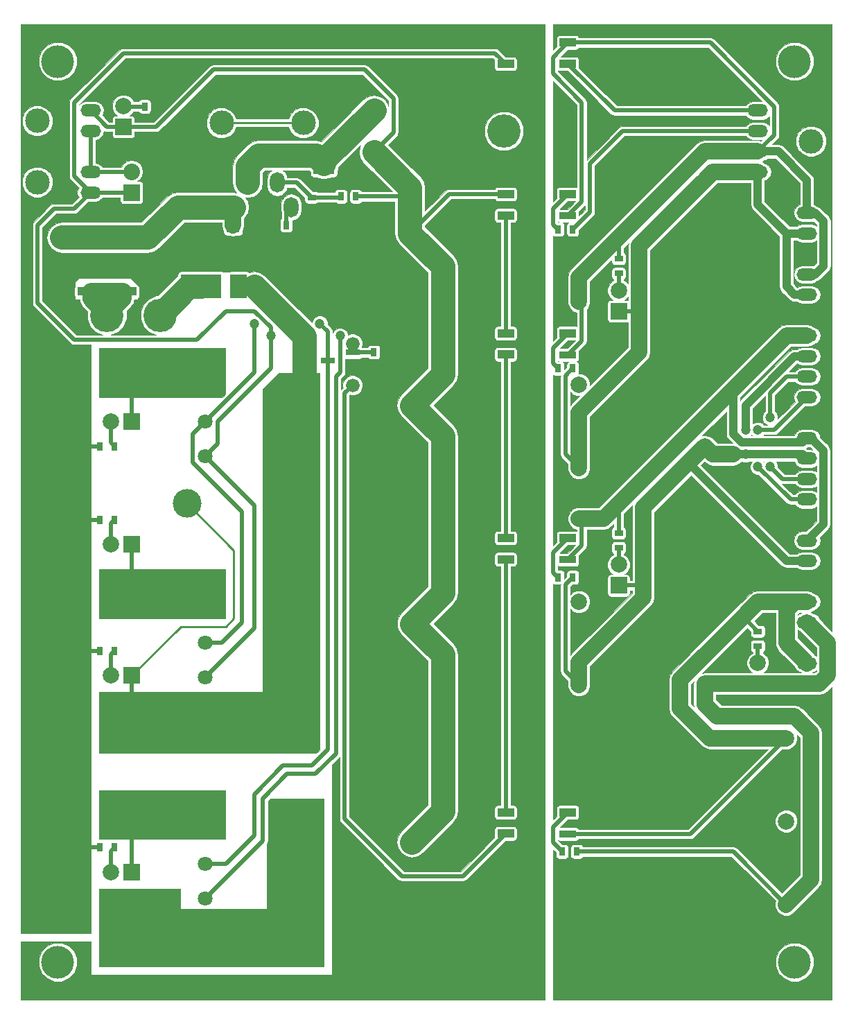
<source format=gbr>
G04 #@! TF.FileFunction,Copper,L2,Bot,Signal*
%FSLAX46Y46*%
G04 Gerber Fmt 4.6, Leading zero omitted, Abs format (unit mm)*
G04 Created by KiCad (PCBNEW 4.0.4-stable) date 11/09/16 19:08:04*
%MOMM*%
%LPD*%
G01*
G04 APERTURE LIST*
%ADD10C,0.100000*%
%ADD11C,3.500000*%
%ADD12C,1.800000*%
%ADD13C,2.000000*%
%ADD14O,2.500000X1.500000*%
%ADD15C,3.000000*%
%ADD16R,1.600000X1.800000*%
%ADD17R,0.800000X1.000000*%
%ADD18R,1.300000X1.300000*%
%ADD19C,1.300000*%
%ADD20R,2.000000X2.000000*%
%ADD21O,1.800860X2.499360*%
%ADD22C,4.064000*%
%ADD23R,2.032000X2.032000*%
%ADD24O,2.032000X2.032000*%
%ADD25R,3.200000X1.000000*%
%ADD26R,1.000000X0.800000*%
%ADD27R,1.998980X0.899160*%
%ADD28R,1.998980X1.000760*%
%ADD29C,1.778000*%
%ADD30C,2.540000*%
%ADD31R,2.540000X2.540000*%
%ADD32R,1.800860X0.800100*%
%ADD33C,1.676400*%
%ADD34R,2.000000X3.000000*%
%ADD35R,5.000000X3.000000*%
%ADD36C,4.000000*%
%ADD37C,1.200000*%
%ADD38C,0.500000*%
%ADD39C,3.000000*%
%ADD40C,2.000000*%
%ADD41C,0.250000*%
%ADD42C,1.000000*%
%ADD43C,0.026000*%
G04 APERTURE END LIST*
D10*
D11*
X23000000Y-70000000D03*
D12*
X23000000Y-80200000D03*
X23000000Y-76000000D03*
D11*
X20800000Y-86000000D03*
X35100000Y-72300000D03*
X35100000Y-83300000D03*
D13*
X48340000Y-47040000D03*
X48340000Y-41960000D03*
X48340000Y-34340000D03*
X68660000Y-34340000D03*
X68660000Y-44500000D03*
X68660000Y-54660000D03*
D11*
X23000000Y-43000000D03*
D12*
X23000000Y-53200000D03*
X23000000Y-49000000D03*
D11*
X20800000Y-59000000D03*
X35100000Y-45300000D03*
X35100000Y-56300000D03*
D14*
X9000000Y-11000000D03*
X9000000Y-13500000D03*
D15*
X2500000Y-12250000D03*
D16*
X26400000Y-25000000D03*
X29600000Y-25000000D03*
D17*
X31100000Y-25000000D03*
X32900000Y-25000000D03*
D18*
X48000000Y-26000000D03*
D19*
X43000000Y-26000000D03*
D20*
X13000000Y-13000000D03*
D13*
X13000000Y-10460000D03*
D20*
X73500000Y-35500000D03*
D13*
X73500000Y-32960000D03*
D20*
X73500000Y-69000000D03*
D13*
X73500000Y-66460000D03*
D20*
X14000000Y-49000000D03*
D13*
X11460000Y-49000000D03*
D20*
X14000000Y-80000000D03*
D13*
X11460000Y-80000000D03*
D20*
X14000000Y-64000000D03*
D13*
X11460000Y-64000000D03*
D20*
X90500000Y-81000000D03*
D13*
X90500000Y-78460000D03*
D21*
X30000000Y-22799840D03*
X26499880Y-22799840D03*
X33500120Y-22799840D03*
X31800860Y-19800100D03*
X28199140Y-19800100D03*
D13*
X48340000Y-73540000D03*
X48340000Y-68460000D03*
X48340000Y-60840000D03*
X68660000Y-60840000D03*
X68660000Y-71000000D03*
X68660000Y-81160000D03*
D22*
X13000000Y-43000000D03*
D14*
X9000000Y-18500000D03*
X9000000Y-21000000D03*
D15*
X2500000Y-19750000D03*
D22*
X7000000Y-70000000D03*
X17500000Y-36000000D03*
X11000000Y-36000000D03*
D23*
X14000000Y-21000000D03*
D24*
X14000000Y-18460000D03*
D22*
X13000000Y-70000000D03*
X7000000Y-43000000D03*
X13000000Y-86000000D03*
X7000000Y-86000000D03*
D17*
X15600000Y-10500000D03*
X17400000Y-10500000D03*
D25*
X13000000Y-26900000D03*
X13000000Y-33100000D03*
D17*
X67900000Y-68000000D03*
X66100000Y-68000000D03*
D26*
X73500000Y-30900000D03*
X73500000Y-29100000D03*
X73500000Y-64400000D03*
X73500000Y-62600000D03*
D17*
X67900000Y-42500000D03*
X66100000Y-42500000D03*
X43600000Y-40500000D03*
X45400000Y-40500000D03*
D25*
X9000000Y-26900000D03*
X9000000Y-33100000D03*
D17*
X11900000Y-52000000D03*
X10100000Y-52000000D03*
X11900000Y-77000000D03*
X10100000Y-77000000D03*
X11900000Y-61000000D03*
X10100000Y-61000000D03*
X68400000Y-101500000D03*
X66600000Y-101500000D03*
X67900000Y-25500000D03*
X66100000Y-25500000D03*
D26*
X90500000Y-76400000D03*
X90500000Y-74600000D03*
D27*
X67299840Y-40848740D03*
D28*
X67299840Y-38199520D03*
X59700160Y-38199520D03*
X59700160Y-40800480D03*
D27*
X67299840Y-65848740D03*
D28*
X67299840Y-63199520D03*
X59700160Y-63199520D03*
X59700160Y-65800480D03*
D27*
X67299840Y-99348740D03*
D28*
X67299840Y-96699520D03*
X59700160Y-96699520D03*
X59700160Y-99300480D03*
D27*
X67299840Y-23848740D03*
D28*
X67299840Y-21199520D03*
X59700160Y-21199520D03*
X59700160Y-23800480D03*
D19*
X84000000Y-77500000D03*
D18*
X84000000Y-81000000D03*
D19*
X84000000Y-16000000D03*
D18*
X84000000Y-19500000D03*
D19*
X84000000Y-48500000D03*
D18*
X84000000Y-52000000D03*
X5500000Y-26500000D03*
D19*
X5500000Y-31500000D03*
D18*
X16000000Y-26500000D03*
D19*
X16000000Y-31500000D03*
D14*
X96500000Y-58500000D03*
X96500000Y-56000000D03*
X96500000Y-53500000D03*
X96500000Y-51000000D03*
X96500000Y-46000000D03*
X96500000Y-43500000D03*
X96500000Y-41000000D03*
X96500000Y-38500000D03*
X96500000Y-33500000D03*
X96500000Y-31000000D03*
X96500000Y-81000000D03*
X96500000Y-78500000D03*
D20*
X14000000Y-104000000D03*
D13*
X11460000Y-104000000D03*
D22*
X13000000Y-97000000D03*
X7000000Y-97000000D03*
X13000000Y-109000000D03*
X7000000Y-109000000D03*
D17*
X11900000Y-101000000D03*
X10100000Y-101000000D03*
D11*
X23000000Y-97000000D03*
D12*
X23000000Y-107200000D03*
X23000000Y-103000000D03*
D11*
X20800000Y-113000000D03*
X35100000Y-99300000D03*
X35100000Y-110300000D03*
D29*
X43625000Y-10960000D03*
X43625000Y-16040000D03*
D22*
X59500000Y-13500000D03*
D27*
X59700160Y-2651260D03*
D28*
X59700160Y-5300480D03*
X67299840Y-5300480D03*
X67299840Y-2699520D03*
D14*
X90500000Y-18500000D03*
X90500000Y-16000000D03*
X90500000Y-13500000D03*
X90500000Y-11000000D03*
D15*
X97000000Y-14750000D03*
X25000000Y-12500000D03*
X35000000Y-12500000D03*
D30*
X37502960Y-32741220D03*
D31*
X37502960Y-17501220D03*
D32*
X41001140Y-40550000D03*
X41001140Y-42450000D03*
X37998860Y-41500000D03*
D33*
X41000000Y-44540000D03*
X41000000Y-39460000D03*
D34*
X27100000Y-32500000D03*
D35*
X22500000Y-32500000D03*
D14*
X96500000Y-66000000D03*
X96500000Y-63500000D03*
X96500000Y-26000000D03*
X96500000Y-23500000D03*
X96500000Y-73500000D03*
X96500000Y-71000000D03*
D17*
X39600000Y-21500000D03*
X41400000Y-21500000D03*
D26*
X36000000Y-23400000D03*
X36000000Y-21600000D03*
D13*
X48260000Y-100330000D03*
X48260000Y-95250000D03*
X48260000Y-87630000D03*
X93980000Y-87630000D03*
X93980000Y-97790000D03*
X93980000Y-107950000D03*
D36*
X95000000Y-5000000D03*
X95000000Y-115000000D03*
X5000000Y-115000000D03*
X5000000Y-5000000D03*
D37*
X31000000Y-38500000D03*
X39500000Y-38500000D03*
X92000000Y-48500000D03*
X92000000Y-54500000D03*
X90500000Y-54500000D03*
X90500000Y-50000000D03*
X29000000Y-37000000D03*
X37000000Y-37000000D03*
X89000000Y-50000000D03*
X89000000Y-53000000D03*
D38*
X59700160Y-2651260D02*
X61500000Y-4451100D01*
X61500000Y-4451100D02*
X61500000Y-10000000D01*
X36000000Y-23400000D02*
X36000000Y-32741220D01*
X36000000Y-32741220D02*
X36000000Y-33000000D01*
X36000000Y-33000000D02*
X36000000Y-32741220D01*
X35500000Y-32741220D02*
X35500000Y-32000000D01*
X35500000Y-32000000D02*
X35500000Y-32741220D01*
D39*
X37502960Y-32741220D02*
X36000000Y-32741220D01*
X36000000Y-32741220D02*
X35500000Y-32741220D01*
X35500000Y-32741220D02*
X34241220Y-32741220D01*
X34241220Y-32741220D02*
X29500000Y-28000000D01*
D38*
X63500000Y-12000000D02*
X61500000Y-10000000D01*
X61500000Y-10000000D02*
X56500000Y-5000000D01*
X22900000Y-5000000D02*
X17400000Y-10500000D01*
X56500000Y-5000000D02*
X22900000Y-5000000D01*
D39*
X48260000Y-41910000D02*
X44500000Y-45670000D01*
X44500000Y-57200000D02*
X48260000Y-60960000D01*
X44500000Y-45670000D02*
X44500000Y-57200000D01*
D38*
X45500000Y-98010000D02*
X48260000Y-95250000D01*
X45500000Y-101000000D02*
X45500000Y-98010000D01*
X47500000Y-103000000D02*
X45500000Y-101000000D01*
X54000000Y-103000000D02*
X47500000Y-103000000D01*
X58000000Y-99000000D02*
X54000000Y-103000000D01*
X58000000Y-31500000D02*
X58000000Y-99000000D01*
X55500000Y-29000000D02*
X58000000Y-31500000D01*
X55500000Y-25000000D02*
X55500000Y-29000000D01*
X58000000Y-22500000D02*
X55500000Y-25000000D01*
X61000000Y-22500000D02*
X58000000Y-22500000D01*
X63500000Y-20000000D02*
X61000000Y-22500000D01*
X63500000Y-12000000D02*
X63500000Y-20000000D01*
D39*
X5500000Y-31500000D02*
X7000000Y-30000000D01*
X14500000Y-30000000D02*
X16000000Y-31500000D01*
X7000000Y-30000000D02*
X14500000Y-30000000D01*
X16000000Y-31500000D02*
X19500000Y-28000000D01*
X19500000Y-28000000D02*
X29500000Y-28000000D01*
X29500000Y-28000000D02*
X30000000Y-27500000D01*
X37502960Y-32741220D02*
X39288780Y-32741220D01*
X39288780Y-32741220D02*
X43000000Y-29030000D01*
X30000000Y-22799840D02*
X30000000Y-27500000D01*
X43000000Y-26000000D02*
X43000000Y-29030000D01*
X43000000Y-29030000D02*
X48260000Y-34290000D01*
D38*
X45400000Y-40500000D02*
X46850000Y-40500000D01*
X46850000Y-40500000D02*
X48260000Y-41910000D01*
X41001140Y-42450000D02*
X47720000Y-42450000D01*
X47720000Y-42450000D02*
X48260000Y-41910000D01*
X10100000Y-101000000D02*
X8000000Y-101000000D01*
X7000000Y-100000000D02*
X7000000Y-97000000D01*
X8000000Y-101000000D02*
X7000000Y-100000000D01*
D39*
X48260000Y-41910000D02*
X48260000Y-34290000D01*
X48260000Y-68580000D02*
X45000000Y-71840000D01*
X45000000Y-84370000D02*
X48260000Y-87630000D01*
X45000000Y-71840000D02*
X45000000Y-84370000D01*
X48260000Y-68580000D02*
X48260000Y-60960000D01*
X48260000Y-95250000D02*
X48260000Y-87630000D01*
D38*
X10100000Y-77000000D02*
X8000000Y-77000000D01*
X7000000Y-76000000D02*
X7000000Y-70000000D01*
X8000000Y-77000000D02*
X7000000Y-76000000D01*
X7000000Y-70000000D02*
X7000000Y-62000000D01*
X8000000Y-61000000D02*
X10100000Y-61000000D01*
X7000000Y-62000000D02*
X8000000Y-61000000D01*
X10100000Y-52000000D02*
X8500000Y-52000000D01*
X7000000Y-50500000D02*
X7000000Y-43000000D01*
X8500000Y-52000000D02*
X7000000Y-50500000D01*
D39*
X35100000Y-45300000D02*
X35100000Y-38600000D01*
X35100000Y-38600000D02*
X29000000Y-32500000D01*
D40*
X27100000Y-32500000D02*
X29000000Y-32500000D01*
X29000000Y-32500000D02*
X35100000Y-38600000D01*
D41*
X20800000Y-59000000D02*
X26500000Y-64700000D01*
X20000000Y-74000000D02*
X14000000Y-80000000D01*
X25500000Y-74000000D02*
X20000000Y-74000000D01*
X26500000Y-73000000D02*
X25500000Y-74000000D01*
X26500000Y-64700000D02*
X26500000Y-73000000D01*
D38*
X14000000Y-80000000D02*
X14000000Y-85000000D01*
X14000000Y-85000000D02*
X13000000Y-86000000D01*
D40*
X26400000Y-25000000D02*
X26400000Y-22899720D01*
X26400000Y-22899720D02*
X26499880Y-22799840D01*
X13000000Y-26900000D02*
X15600000Y-26900000D01*
X15600000Y-26900000D02*
X16000000Y-26500000D01*
X6500000Y-26500000D02*
X6900000Y-26900000D01*
X6900000Y-26900000D02*
X9000000Y-26900000D01*
D39*
X16000000Y-26500000D02*
X19700160Y-22799840D01*
X19700160Y-22799840D02*
X26499880Y-22799840D01*
X5500000Y-26500000D02*
X6500000Y-26500000D01*
X6500000Y-26500000D02*
X16000000Y-26500000D01*
D38*
X26499880Y-22799840D02*
X26400000Y-22899720D01*
X32900000Y-25000000D02*
X32900000Y-23399960D01*
X32900000Y-23399960D02*
X33500120Y-22799840D01*
D40*
X84000000Y-19500000D02*
X76000000Y-27500000D01*
X90500000Y-18500000D02*
X85000000Y-18500000D01*
X85000000Y-18500000D02*
X84000000Y-19500000D01*
D42*
X94000000Y-26000000D02*
X94000000Y-32500000D01*
X95000000Y-33500000D02*
X96500000Y-33500000D01*
X94000000Y-32500000D02*
X95000000Y-33500000D01*
X90500000Y-18500000D02*
X90500000Y-22500000D01*
X94000000Y-26000000D02*
X96500000Y-26000000D01*
X90500000Y-22500000D02*
X94000000Y-26000000D01*
D40*
X68660000Y-54660000D02*
X68660000Y-47840000D01*
X68660000Y-47840000D02*
X76000000Y-40500000D01*
D38*
X73500000Y-35500000D02*
X76000000Y-35500000D01*
X76000000Y-35500000D02*
X76000000Y-36000000D01*
D40*
X76000000Y-27500000D02*
X76000000Y-36000000D01*
X76000000Y-36000000D02*
X76000000Y-40500000D01*
D38*
X68660000Y-54660000D02*
X67000000Y-53000000D01*
X67000000Y-43400000D02*
X67900000Y-42500000D01*
X67000000Y-53000000D02*
X67000000Y-43400000D01*
X15600000Y-10500000D02*
X13040000Y-10500000D01*
X13040000Y-10500000D02*
X13000000Y-10460000D01*
X73500000Y-30900000D02*
X73500000Y-32960000D01*
X73500000Y-64400000D02*
X73500000Y-66460000D01*
X36000000Y-21600000D02*
X39500000Y-21600000D01*
X39500000Y-21600000D02*
X39600000Y-21500000D01*
X31800860Y-19800100D02*
X34200100Y-19800100D01*
X34200100Y-19800100D02*
X36000000Y-21600000D01*
X66100000Y-68000000D02*
X65500000Y-67400000D01*
X65500000Y-64999360D02*
X67299840Y-63199520D01*
X65500000Y-67400000D02*
X65500000Y-64999360D01*
D39*
X17500000Y-36000000D02*
X21000000Y-32500000D01*
X21000000Y-32500000D02*
X22500000Y-32500000D01*
X37502960Y-17501220D02*
X37502960Y-17082040D01*
X37502960Y-17082040D02*
X43625000Y-10960000D01*
X37502960Y-17501220D02*
X36501740Y-16500000D01*
X36501740Y-16500000D02*
X29500000Y-16500000D01*
X29500000Y-16500000D02*
X28199140Y-17800860D01*
X28199140Y-17800860D02*
X28199140Y-19800100D01*
D38*
X14000000Y-49000000D02*
X14000000Y-44000000D01*
X14000000Y-44000000D02*
X13000000Y-43000000D01*
X11460000Y-49000000D02*
X11460000Y-51560000D01*
X11460000Y-51560000D02*
X11900000Y-52000000D01*
X11900000Y-77000000D02*
X11460000Y-77440000D01*
X11460000Y-77440000D02*
X11460000Y-80000000D01*
D40*
X13000000Y-33100000D02*
X13000000Y-34000000D01*
X13000000Y-34000000D02*
X11000000Y-36000000D01*
X9000000Y-33100000D02*
X9000000Y-34000000D01*
X9000000Y-34000000D02*
X11000000Y-36000000D01*
X9000000Y-33100000D02*
X13000000Y-33100000D01*
D38*
X41400000Y-21500000D02*
X46915000Y-21500000D01*
X46915000Y-21500000D02*
X48000000Y-20415000D01*
X46000000Y-9500000D02*
X42500000Y-6000000D01*
X17000000Y-13000000D02*
X13000000Y-13000000D01*
X24000000Y-6000000D02*
X17000000Y-13000000D01*
X42500000Y-6000000D02*
X24000000Y-6000000D01*
X9000000Y-11000000D02*
X11000000Y-13000000D01*
X11000000Y-13000000D02*
X13000000Y-13000000D01*
D39*
X48260000Y-46990000D02*
X52000000Y-43250000D01*
X52000000Y-30000000D02*
X48000000Y-26000000D01*
X52000000Y-43250000D02*
X52000000Y-30000000D01*
X48260000Y-46990000D02*
X52000000Y-50730000D01*
X52000000Y-69920000D02*
X48260000Y-73660000D01*
X52000000Y-50730000D02*
X52000000Y-69920000D01*
X48260000Y-73660000D02*
X52000000Y-77400000D01*
X52000000Y-96590000D02*
X48260000Y-100330000D01*
X52000000Y-77400000D02*
X52000000Y-96590000D01*
D38*
X59700160Y-21199520D02*
X52800480Y-21199520D01*
X52800480Y-21199520D02*
X48000000Y-26000000D01*
D39*
X43625000Y-16040000D02*
X48000000Y-20415000D01*
X48000000Y-20415000D02*
X48000000Y-26000000D01*
D38*
X43625000Y-16040000D02*
X46000000Y-13665000D01*
X46000000Y-13665000D02*
X46000000Y-9500000D01*
D42*
X96500000Y-31000000D02*
X97524000Y-31000000D01*
X97524000Y-31000000D02*
X98552000Y-29972000D01*
X98552000Y-29972000D02*
X98552000Y-24552000D01*
X98552000Y-24552000D02*
X97500000Y-23500000D01*
X97500000Y-23500000D02*
X96500000Y-23500000D01*
D38*
X73500000Y-29100000D02*
X73500000Y-26500000D01*
X73500000Y-26500000D02*
X73500000Y-27000000D01*
X73500000Y-27000000D02*
X73500000Y-26500000D01*
D40*
X68660000Y-34340000D02*
X68660000Y-31340000D01*
X68660000Y-31340000D02*
X73500000Y-26500000D01*
X73500000Y-26500000D02*
X84000000Y-16000000D01*
X90500000Y-16000000D02*
X84000000Y-16000000D01*
D42*
X96500000Y-23500000D02*
X96500000Y-19500000D01*
X93000000Y-16000000D02*
X90500000Y-16000000D01*
X96500000Y-19500000D02*
X93000000Y-16000000D01*
X96500000Y-23500000D02*
X97500000Y-23500000D01*
D38*
X67299840Y-40848740D02*
X69000000Y-39148580D01*
X69000000Y-39148580D02*
X69000000Y-34680000D01*
X69000000Y-34680000D02*
X68660000Y-34340000D01*
X67299840Y-23848740D02*
X69000000Y-22148580D01*
X65500000Y-4499360D02*
X67299840Y-2699520D01*
X65500000Y-6500000D02*
X65500000Y-4499360D01*
X69000000Y-10000000D02*
X65500000Y-6500000D01*
X69000000Y-22148580D02*
X69000000Y-10000000D01*
X90500000Y-16000000D02*
X92500000Y-14000000D01*
X92500000Y-14000000D02*
X92500000Y-10500000D01*
X92500000Y-10500000D02*
X84699520Y-2699520D01*
X84699520Y-2699520D02*
X67299840Y-2699520D01*
X67299840Y-38199520D02*
X65500000Y-39999360D01*
X65500000Y-41900000D02*
X66100000Y-42500000D01*
X65500000Y-39999360D02*
X65500000Y-41900000D01*
X59700160Y-63199520D02*
X59700160Y-40800480D01*
X9000000Y-18500000D02*
X9000000Y-13500000D01*
X14000000Y-18460000D02*
X13960000Y-18500000D01*
X13960000Y-18500000D02*
X9000000Y-18500000D01*
X9000000Y-18500000D02*
X9040000Y-18460000D01*
X41000000Y-39460000D02*
X41000000Y-40548860D01*
X41000000Y-40548860D02*
X41001140Y-40550000D01*
X41001140Y-40550000D02*
X43550000Y-40550000D01*
X43550000Y-40550000D02*
X43600000Y-40500000D01*
X13000000Y-70000000D02*
X14000000Y-69000000D01*
X14000000Y-69000000D02*
X14000000Y-64000000D01*
X11460000Y-64000000D02*
X11460000Y-61440000D01*
X11460000Y-61440000D02*
X11900000Y-61000000D01*
X90500000Y-76400000D02*
X90500000Y-78460000D01*
X67299840Y-96699520D02*
X65500000Y-98499360D01*
X65500000Y-100400000D02*
X66600000Y-101500000D01*
X65500000Y-98499360D02*
X65500000Y-100400000D01*
X66100000Y-25500000D02*
X65500000Y-24900000D01*
X65500000Y-22999360D02*
X67299840Y-21199520D01*
X65500000Y-24900000D02*
X65500000Y-22999360D01*
X23000000Y-53200000D02*
X24500000Y-51700000D01*
X24500000Y-51700000D02*
X24500000Y-49000000D01*
X59700160Y-5300480D02*
X58399680Y-4000000D01*
X7000000Y-19000000D02*
X9000000Y-21000000D01*
X7000000Y-10000000D02*
X7000000Y-19000000D01*
X13000000Y-4000000D02*
X7000000Y-10000000D01*
X58399680Y-4000000D02*
X13000000Y-4000000D01*
X24500000Y-49000000D02*
X31000000Y-42500000D01*
X39500000Y-43000000D02*
X39000000Y-43500000D01*
X39000000Y-43500000D02*
X39000000Y-89500000D01*
X9000000Y-21000000D02*
X7000000Y-23000000D01*
X4500000Y-23000000D02*
X2500000Y-25000000D01*
X7000000Y-23000000D02*
X4500000Y-23000000D01*
X9000000Y-21000000D02*
X14000000Y-21000000D01*
X31000000Y-38500000D02*
X31000000Y-37500000D01*
X31000000Y-37500000D02*
X29000000Y-35500000D01*
X29000000Y-35500000D02*
X25500000Y-35500000D01*
X25500000Y-35500000D02*
X22000000Y-39000000D01*
X22000000Y-39000000D02*
X7000000Y-39000000D01*
X7000000Y-39000000D02*
X2500000Y-34500000D01*
X2500000Y-34500000D02*
X2500000Y-25000000D01*
X39500000Y-38500000D02*
X39500000Y-43000000D01*
X31000000Y-42500000D02*
X31000000Y-38500000D01*
X39000000Y-89500000D02*
X36500000Y-92000000D01*
X23000000Y-80200000D02*
X29000000Y-74200000D01*
X29000000Y-59200000D02*
X23000000Y-53200000D01*
X29000000Y-74200000D02*
X29000000Y-59200000D01*
X23000000Y-107200000D02*
X30000000Y-100200000D01*
X30000000Y-95000000D02*
X33000000Y-92000000D01*
X33000000Y-92000000D02*
X36500000Y-92000000D01*
X30000000Y-100200000D02*
X30000000Y-95000000D01*
X92000000Y-48500000D02*
X92000000Y-45500000D01*
X92000000Y-45500000D02*
X94000000Y-43500000D01*
X92000000Y-54500000D02*
X93500000Y-56000000D01*
X93500000Y-56000000D02*
X96500000Y-56000000D01*
X94000000Y-43500000D02*
X96500000Y-43500000D01*
X90500000Y-54500000D02*
X94500000Y-58500000D01*
X94500000Y-58500000D02*
X96500000Y-58500000D01*
X90500000Y-50000000D02*
X92500000Y-50000000D01*
X92500000Y-50000000D02*
X96500000Y-46000000D01*
X23000000Y-49000000D02*
X29000000Y-43000000D01*
X38000000Y-38000000D02*
X38000000Y-39500000D01*
X37000000Y-37000000D02*
X38000000Y-38000000D01*
X29000000Y-37000000D02*
X29000000Y-43000000D01*
X37998860Y-41500000D02*
X37998860Y-39501140D01*
X37998860Y-39501140D02*
X38000000Y-39500000D01*
X23000000Y-103000000D02*
X25500000Y-103000000D01*
X36000000Y-91000000D02*
X38000000Y-89000000D01*
X32500000Y-91000000D02*
X36000000Y-91000000D01*
X29000000Y-94500000D02*
X32500000Y-91000000D01*
X38000000Y-89000000D02*
X38000000Y-39500000D01*
X25500000Y-103000000D02*
X29000000Y-99500000D01*
X29000000Y-99500000D02*
X29000000Y-94500000D01*
X23000000Y-76000000D02*
X25000000Y-76000000D01*
X21500000Y-50500000D02*
X23000000Y-49000000D01*
X21500000Y-54000000D02*
X21500000Y-50500000D01*
X27500000Y-60000000D02*
X21500000Y-54000000D01*
X27500000Y-73500000D02*
X27500000Y-60000000D01*
X25000000Y-76000000D02*
X27500000Y-73500000D01*
D41*
X25000000Y-12500000D02*
X35000000Y-12500000D01*
D38*
X59700160Y-38199520D02*
X59700160Y-23800480D01*
X67299840Y-99348740D02*
X82261260Y-99348740D01*
X82261260Y-99348740D02*
X93980000Y-87630000D01*
X90500000Y-74600000D02*
X88700000Y-72800000D01*
X89000000Y-73000000D02*
X89000000Y-72500000D01*
X88800000Y-72800000D02*
X89000000Y-73000000D01*
X88700000Y-72800000D02*
X88800000Y-72800000D01*
D40*
X84630000Y-87630000D02*
X93980000Y-87630000D01*
X81000000Y-84000000D02*
X84630000Y-87630000D01*
X81000000Y-80500000D02*
X81000000Y-84000000D01*
X84000000Y-77500000D02*
X81000000Y-80500000D01*
X96500000Y-78500000D02*
X94000000Y-76000000D01*
X94000000Y-76000000D02*
X94000000Y-72000000D01*
X94000000Y-72000000D02*
X95000000Y-71000000D01*
X95000000Y-71000000D02*
X96500000Y-71000000D01*
X96500000Y-71000000D02*
X90500000Y-71000000D01*
X90500000Y-71000000D02*
X89000000Y-72500000D01*
X89000000Y-72500000D02*
X84000000Y-77500000D01*
D38*
X68400000Y-101500000D02*
X87530000Y-101500000D01*
X87530000Y-101500000D02*
X93980000Y-107950000D01*
D40*
X84000000Y-81000000D02*
X84000000Y-83500000D01*
X97000000Y-104930000D02*
X93980000Y-107950000D01*
X97000000Y-87000000D02*
X97000000Y-104930000D01*
X95000000Y-85000000D02*
X97000000Y-87000000D01*
X85500000Y-85000000D02*
X95000000Y-85000000D01*
X84000000Y-83500000D02*
X85500000Y-85000000D01*
X96500000Y-73500000D02*
X99000000Y-76000000D01*
X99000000Y-76000000D02*
X99000000Y-80000000D01*
X99000000Y-80000000D02*
X98000000Y-81000000D01*
X98000000Y-81000000D02*
X96500000Y-81000000D01*
X96500000Y-81000000D02*
X90500000Y-81000000D01*
X90500000Y-81000000D02*
X84000000Y-81000000D01*
X73500000Y-59000000D02*
X84000000Y-48500000D01*
X87500000Y-45000000D02*
X84000000Y-48500000D01*
D38*
X73500000Y-62600000D02*
X73500000Y-59000000D01*
X73500000Y-59000000D02*
X73500000Y-58500000D01*
X73500000Y-58500000D02*
X73500000Y-59000000D01*
D40*
X73500000Y-59000000D02*
X71660000Y-60840000D01*
X71660000Y-60840000D02*
X68660000Y-60840000D01*
D42*
X96500000Y-51000000D02*
X97000000Y-51000000D01*
X97000000Y-51000000D02*
X98500000Y-52500000D01*
X98500000Y-61500000D02*
X96500000Y-63500000D01*
X98500000Y-52500000D02*
X98500000Y-61500000D01*
D40*
X96500000Y-38500000D02*
X94000000Y-38500000D01*
X94000000Y-38500000D02*
X87500000Y-45000000D01*
D42*
X96500000Y-51000000D02*
X96000000Y-51500000D01*
X96000000Y-51500000D02*
X88500000Y-51500000D01*
X87500000Y-50500000D02*
X87500000Y-45000000D01*
X88500000Y-51500000D02*
X87500000Y-50500000D01*
D38*
X67299840Y-65848740D02*
X69000000Y-64148580D01*
X69000000Y-64148580D02*
X69000000Y-61180000D01*
X69000000Y-61180000D02*
X68660000Y-60840000D01*
D40*
X68660000Y-81160000D02*
X68660000Y-78340000D01*
X68660000Y-78340000D02*
X76500000Y-70500000D01*
X84000000Y-52000000D02*
X85000000Y-53000000D01*
D42*
X87500000Y-53000000D02*
X89000000Y-53000000D01*
D40*
X85000000Y-53000000D02*
X87500000Y-53000000D01*
X82000000Y-54000000D02*
X84000000Y-52000000D01*
D38*
X73500000Y-69000000D02*
X76500000Y-69000000D01*
D40*
X76500000Y-70500000D02*
X76500000Y-69000000D01*
X76500000Y-69000000D02*
X76500000Y-59500000D01*
X76500000Y-59500000D02*
X82000000Y-54000000D01*
D42*
X96500000Y-66000000D02*
X94000000Y-66000000D01*
X94000000Y-66000000D02*
X82000000Y-54000000D01*
X96500000Y-41000000D02*
X95000000Y-41000000D01*
X95000000Y-41000000D02*
X89000000Y-47000000D01*
X89000000Y-47000000D02*
X89000000Y-50000000D01*
X89000000Y-53000000D02*
X96000000Y-53000000D01*
X96000000Y-53000000D02*
X96500000Y-53500000D01*
D38*
X67900000Y-68000000D02*
X67000000Y-68900000D01*
X67000000Y-79500000D02*
X68660000Y-81160000D01*
X67000000Y-68900000D02*
X67000000Y-79500000D01*
X14000000Y-104000000D02*
X14000000Y-98000000D01*
X14000000Y-98000000D02*
X13000000Y-97000000D01*
X11460000Y-104000000D02*
X11460000Y-101440000D01*
X11460000Y-101440000D02*
X11900000Y-101000000D01*
X90500000Y-11000000D02*
X72999360Y-11000000D01*
X72999360Y-11000000D02*
X67299840Y-5300480D01*
X59700160Y-96699520D02*
X59700160Y-65800480D01*
X41000000Y-44540000D02*
X40000000Y-45540000D01*
X40000000Y-97500000D02*
X41000000Y-98500000D01*
X40000000Y-45540000D02*
X40000000Y-97500000D01*
X54500640Y-104500000D02*
X59700160Y-99300480D01*
X47000000Y-104500000D02*
X54500640Y-104500000D01*
X41000000Y-98500000D02*
X47000000Y-104500000D01*
X90500000Y-13500000D02*
X74000000Y-13500000D01*
X70000000Y-17500000D02*
X70000000Y-23400000D01*
X74000000Y-13500000D02*
X70000000Y-17500000D01*
X67900000Y-25500000D02*
X70000000Y-23400000D01*
D43*
G36*
X64487000Y-119562000D02*
X438000Y-119562000D01*
X438000Y-115467968D01*
X2636591Y-115467968D01*
X2995578Y-116336783D01*
X3659720Y-117002086D01*
X4527908Y-117362589D01*
X5467968Y-117363409D01*
X6336783Y-117004422D01*
X7002086Y-116340280D01*
X7362589Y-115472092D01*
X7363409Y-114532032D01*
X7004422Y-113663217D01*
X6340280Y-112997914D01*
X5472092Y-112637411D01*
X4532032Y-112636591D01*
X3663217Y-112995578D01*
X2997914Y-113659720D01*
X2637411Y-114527908D01*
X2636591Y-115467968D01*
X438000Y-115467968D01*
X438000Y-112513000D01*
X8987000Y-112513000D01*
X8987000Y-116500000D01*
X8988024Y-116505058D01*
X8990935Y-116509319D01*
X8995275Y-116512111D01*
X9000000Y-116513000D01*
X38500000Y-116513000D01*
X38505058Y-116511976D01*
X38509319Y-116509065D01*
X38512111Y-116504725D01*
X38513000Y-116500000D01*
X38513000Y-90853913D01*
X39387000Y-89979913D01*
X39387000Y-97500000D01*
X39433662Y-97734585D01*
X39566544Y-97933456D01*
X40566544Y-98933457D01*
X40566547Y-98933459D01*
X46566543Y-104933456D01*
X46765415Y-105066338D01*
X47000000Y-105113000D01*
X54500640Y-105113000D01*
X54735225Y-105066338D01*
X54934096Y-104933456D01*
X59696582Y-100170971D01*
X60699650Y-100170971D01*
X60834170Y-100145659D01*
X60957718Y-100066158D01*
X61040601Y-99944854D01*
X61069761Y-99800860D01*
X61069761Y-98800100D01*
X61044449Y-98665580D01*
X60964948Y-98542032D01*
X60843644Y-98459149D01*
X60699650Y-98429989D01*
X58700670Y-98429989D01*
X58566150Y-98455301D01*
X58442602Y-98534802D01*
X58359719Y-98656106D01*
X58330559Y-98800100D01*
X58330559Y-99800860D01*
X58330925Y-99802803D01*
X54246728Y-103887000D01*
X47253913Y-103887000D01*
X41433459Y-98066547D01*
X41433457Y-98066544D01*
X40613000Y-97246088D01*
X40613000Y-45793912D01*
X40693530Y-45713383D01*
X40760018Y-45740991D01*
X41237885Y-45741408D01*
X41679536Y-45558922D01*
X42017734Y-45221314D01*
X42200991Y-44779982D01*
X42201408Y-44302115D01*
X42018922Y-43860464D01*
X41681314Y-43522266D01*
X41239982Y-43339009D01*
X40762115Y-43338592D01*
X40320464Y-43521078D01*
X39982266Y-43858686D01*
X39799009Y-44300018D01*
X39798592Y-44777885D01*
X39826839Y-44846249D01*
X39613000Y-45060088D01*
X39613000Y-43753912D01*
X39933457Y-43433456D01*
X40066338Y-43234585D01*
X40113000Y-43000000D01*
X40113000Y-41320161D01*
X41901570Y-41320161D01*
X42036090Y-41294849D01*
X42159638Y-41215348D01*
X42195406Y-41163000D01*
X42873527Y-41163000D01*
X42934702Y-41258068D01*
X43056006Y-41340951D01*
X43200000Y-41370111D01*
X44000000Y-41370111D01*
X44134520Y-41344799D01*
X44258068Y-41265298D01*
X44340951Y-41143994D01*
X44370111Y-41000000D01*
X44370111Y-40000000D01*
X44344799Y-39865480D01*
X44265298Y-39741932D01*
X44143994Y-39659049D01*
X44000000Y-39629889D01*
X43200000Y-39629889D01*
X43065480Y-39655201D01*
X42941932Y-39734702D01*
X42859049Y-39856006D01*
X42842647Y-39937000D01*
X42195901Y-39937000D01*
X42166868Y-39891882D01*
X42131377Y-39867632D01*
X42200991Y-39699982D01*
X42201408Y-39222115D01*
X42018922Y-38780464D01*
X41681314Y-38442266D01*
X41239982Y-38259009D01*
X40762115Y-38258592D01*
X40463103Y-38382141D01*
X40463167Y-38309288D01*
X40316867Y-37955217D01*
X40046208Y-37684085D01*
X39692393Y-37537168D01*
X39309288Y-37536833D01*
X38955217Y-37683133D01*
X38684085Y-37953792D01*
X38613000Y-38124983D01*
X38613000Y-38000000D01*
X38566338Y-37765415D01*
X38511359Y-37683133D01*
X38433457Y-37566544D01*
X37962916Y-37096004D01*
X37963167Y-36809288D01*
X37816867Y-36455217D01*
X37546208Y-36184085D01*
X37192393Y-36037168D01*
X36809288Y-36036833D01*
X36455217Y-36183133D01*
X36184085Y-36453792D01*
X36037168Y-36807607D01*
X36037085Y-36902405D01*
X30317340Y-31182660D01*
X29712940Y-30778812D01*
X29000000Y-30637000D01*
X28377459Y-30760831D01*
X28365298Y-30741932D01*
X28243994Y-30659049D01*
X28100000Y-30629889D01*
X26100000Y-30629889D01*
X25965480Y-30655201D01*
X25863226Y-30721000D01*
X25234663Y-30721000D01*
X25143994Y-30659049D01*
X25000000Y-30629889D01*
X20000000Y-30629889D01*
X19865480Y-30655201D01*
X19741932Y-30734702D01*
X19659049Y-30856006D01*
X19629889Y-31000000D01*
X19629889Y-31235431D01*
X17260530Y-33604790D01*
X17025695Y-33604585D01*
X16145114Y-33968434D01*
X15470802Y-34641570D01*
X15105416Y-35521515D01*
X15104585Y-36474305D01*
X15468434Y-37354886D01*
X16141570Y-38029198D01*
X17003251Y-38387000D01*
X11494671Y-38387000D01*
X12354886Y-38031566D01*
X13029198Y-37358430D01*
X13394584Y-36478485D01*
X13395409Y-35532164D01*
X13963784Y-34963789D01*
X13963787Y-34963787D01*
X14259248Y-34521598D01*
X14290795Y-34363000D01*
X14353254Y-34049000D01*
X14732000Y-34049000D01*
X14737058Y-34047976D01*
X14741319Y-34045065D01*
X14744111Y-34040725D01*
X14745000Y-34036000D01*
X14745000Y-33938055D01*
X14858068Y-33865298D01*
X14940951Y-33743994D01*
X14970111Y-33600000D01*
X14970111Y-32600000D01*
X14944799Y-32465480D01*
X14865298Y-32341932D01*
X14745000Y-32259736D01*
X14745000Y-31496000D01*
X14743976Y-31490942D01*
X14741065Y-31486681D01*
X14736725Y-31483889D01*
X14732000Y-31483000D01*
X7112000Y-31483000D01*
X7106942Y-31484024D01*
X7102681Y-31486935D01*
X7099889Y-31491275D01*
X7099000Y-31496000D01*
X7099000Y-32397535D01*
X7059049Y-32456006D01*
X7029889Y-32600000D01*
X7029889Y-33600000D01*
X7055201Y-33734520D01*
X7099000Y-33802586D01*
X7099000Y-34036000D01*
X7100024Y-34041058D01*
X7102935Y-34045319D01*
X7107275Y-34048111D01*
X7112000Y-34049000D01*
X7646746Y-34049000D01*
X7709205Y-34363000D01*
X7740752Y-34521598D01*
X8016084Y-34933662D01*
X8036213Y-34963787D01*
X8605406Y-35532980D01*
X8604585Y-36474305D01*
X8968434Y-37354886D01*
X9641570Y-38029198D01*
X10503251Y-38387000D01*
X7253912Y-38387000D01*
X3113000Y-34246088D01*
X3113000Y-25253912D01*
X4753913Y-23613000D01*
X7000000Y-23613000D01*
X7234585Y-23566338D01*
X7433456Y-23433456D01*
X8753913Y-22113000D01*
X9531601Y-22113000D01*
X9957528Y-22028278D01*
X10318611Y-21787010D01*
X10434881Y-21613000D01*
X12613889Y-21613000D01*
X12613889Y-22016000D01*
X12639201Y-22150520D01*
X12718702Y-22274068D01*
X12840006Y-22356951D01*
X12984000Y-22386111D01*
X15016000Y-22386111D01*
X15150520Y-22360799D01*
X15274068Y-22281298D01*
X15356951Y-22159994D01*
X15386111Y-22016000D01*
X15386111Y-19984000D01*
X15360799Y-19849480D01*
X15281298Y-19725932D01*
X15159994Y-19643049D01*
X15016000Y-19613889D01*
X14734540Y-19613889D01*
X15002116Y-19435100D01*
X15301046Y-18987720D01*
X15406016Y-18460000D01*
X15301046Y-17932280D01*
X15002116Y-17484900D01*
X14554736Y-17185970D01*
X14027016Y-17081000D01*
X13972984Y-17081000D01*
X13445264Y-17185970D01*
X12997884Y-17484900D01*
X12729209Y-17887000D01*
X10434881Y-17887000D01*
X10318611Y-17712990D01*
X9957528Y-17471722D01*
X9613000Y-17403191D01*
X9613000Y-14596809D01*
X9957528Y-14528278D01*
X10318611Y-14287010D01*
X10559879Y-13925927D01*
X10644601Y-13500000D01*
X10641301Y-13483407D01*
X10746839Y-13553926D01*
X10765415Y-13566338D01*
X11000000Y-13613000D01*
X11629889Y-13613000D01*
X11629889Y-14000000D01*
X11655201Y-14134520D01*
X11734702Y-14258068D01*
X11856006Y-14340951D01*
X12000000Y-14370111D01*
X14000000Y-14370111D01*
X14134520Y-14344799D01*
X14258068Y-14265298D01*
X14340951Y-14143994D01*
X14370111Y-14000000D01*
X14370111Y-13613000D01*
X17000000Y-13613000D01*
X17234585Y-13566338D01*
X17433456Y-13433456D01*
X17997964Y-12868948D01*
X23136678Y-12868948D01*
X23419705Y-13553926D01*
X23943318Y-14078453D01*
X24627801Y-14362676D01*
X25368948Y-14363322D01*
X26053926Y-14080295D01*
X26578453Y-13556682D01*
X26814591Y-12988000D01*
X33185869Y-12988000D01*
X33419705Y-13553926D01*
X33943318Y-14078453D01*
X34627801Y-14362676D01*
X35368948Y-14363322D01*
X36053926Y-14080295D01*
X36578453Y-13556682D01*
X36862676Y-12872199D01*
X36863322Y-12131052D01*
X36580295Y-11446074D01*
X36056682Y-10921547D01*
X35372199Y-10637324D01*
X34631052Y-10636678D01*
X33946074Y-10919705D01*
X33421547Y-11443318D01*
X33185409Y-12012000D01*
X26814131Y-12012000D01*
X26580295Y-11446074D01*
X26056682Y-10921547D01*
X25372199Y-10637324D01*
X24631052Y-10636678D01*
X23946074Y-10919705D01*
X23421547Y-11443318D01*
X23137324Y-12127801D01*
X23136678Y-12868948D01*
X17997964Y-12868948D01*
X24253913Y-6613000D01*
X42246088Y-6613000D01*
X45387000Y-9753913D01*
X45387000Y-10452237D01*
X45346188Y-10247060D01*
X44942340Y-9642660D01*
X44337940Y-9238812D01*
X43625000Y-9097000D01*
X42912060Y-9238812D01*
X42307660Y-9642660D01*
X37178671Y-14771649D01*
X36501740Y-14637000D01*
X29500000Y-14637000D01*
X28787060Y-14778812D01*
X28182660Y-15182660D01*
X26881800Y-16483520D01*
X26477952Y-17087920D01*
X26437315Y-17292217D01*
X26336140Y-17800860D01*
X26336140Y-19800100D01*
X26477952Y-20513039D01*
X26801171Y-20996770D01*
X26499880Y-20936840D01*
X19700160Y-20936840D01*
X18987221Y-21078652D01*
X18439880Y-21444374D01*
X18382820Y-21482500D01*
X15228320Y-24637000D01*
X5500000Y-24637000D01*
X4787061Y-24778812D01*
X4182660Y-25182660D01*
X3778812Y-25787061D01*
X3637000Y-26500000D01*
X3778812Y-27212939D01*
X4182660Y-27817340D01*
X4787061Y-28221188D01*
X5500000Y-28363000D01*
X16000000Y-28363000D01*
X16712940Y-28221188D01*
X17317340Y-27817340D01*
X20471840Y-24662840D01*
X25037000Y-24662840D01*
X25037000Y-25000000D01*
X25140752Y-25521598D01*
X25229889Y-25655001D01*
X25229889Y-25900000D01*
X25255201Y-26034520D01*
X25334702Y-26158068D01*
X25456006Y-26240951D01*
X25600000Y-26270111D01*
X25933014Y-26270111D01*
X26400000Y-26363000D01*
X26866986Y-26270111D01*
X27200000Y-26270111D01*
X27334520Y-26244799D01*
X27458068Y-26165298D01*
X27540951Y-26043994D01*
X27570111Y-25900000D01*
X27570111Y-25655001D01*
X27659248Y-25521598D01*
X27763000Y-25000000D01*
X27763000Y-24500000D01*
X32129889Y-24500000D01*
X32129889Y-25500000D01*
X32155201Y-25634520D01*
X32234702Y-25758068D01*
X32356006Y-25840951D01*
X32500000Y-25870111D01*
X33300000Y-25870111D01*
X33434520Y-25844799D01*
X33558068Y-25765298D01*
X33640951Y-25643994D01*
X33670111Y-25500000D01*
X33670111Y-24500000D01*
X33653842Y-24413537D01*
X33983614Y-24347941D01*
X34393500Y-24074064D01*
X34667377Y-23664178D01*
X34763550Y-23180684D01*
X34763550Y-22418996D01*
X34667377Y-21935502D01*
X34393500Y-21525616D01*
X33983614Y-21251739D01*
X33500120Y-21155566D01*
X33016626Y-21251739D01*
X32606740Y-21525616D01*
X32332863Y-21935502D01*
X32236690Y-22418996D01*
X32236690Y-23180684D01*
X32287000Y-23433609D01*
X32287000Y-24205702D01*
X32241932Y-24234702D01*
X32159049Y-24356006D01*
X32129889Y-24500000D01*
X27763000Y-24500000D01*
X27763000Y-24153409D01*
X27817220Y-24117180D01*
X28221068Y-23512779D01*
X28362880Y-22799840D01*
X28221068Y-22086901D01*
X27897849Y-21603170D01*
X28199140Y-21663100D01*
X28912079Y-21521288D01*
X29516480Y-21117440D01*
X29920328Y-20513039D01*
X30062140Y-19800100D01*
X30062140Y-18572540D01*
X30271680Y-18363000D01*
X31151241Y-18363000D01*
X30907480Y-18525876D01*
X30633603Y-18935762D01*
X30537430Y-19419256D01*
X30537430Y-20180944D01*
X30633603Y-20664438D01*
X30907480Y-21074324D01*
X31317366Y-21348201D01*
X31800860Y-21444374D01*
X32284354Y-21348201D01*
X32694240Y-21074324D01*
X32968117Y-20664438D01*
X33018111Y-20413100D01*
X33946188Y-20413100D01*
X35129889Y-21596801D01*
X35129889Y-22000000D01*
X35155201Y-22134520D01*
X35234702Y-22258068D01*
X35356006Y-22340951D01*
X35500000Y-22370111D01*
X36500000Y-22370111D01*
X36634520Y-22344799D01*
X36758068Y-22265298D01*
X36793801Y-22213000D01*
X38905702Y-22213000D01*
X38934702Y-22258068D01*
X39056006Y-22340951D01*
X39200000Y-22370111D01*
X40000000Y-22370111D01*
X40134520Y-22344799D01*
X40258068Y-22265298D01*
X40340951Y-22143994D01*
X40370111Y-22000000D01*
X40370111Y-21000000D01*
X40344799Y-20865480D01*
X40265298Y-20741932D01*
X40143994Y-20659049D01*
X40000000Y-20629889D01*
X39200000Y-20629889D01*
X39065480Y-20655201D01*
X38941932Y-20734702D01*
X38859049Y-20856006D01*
X38832522Y-20987000D01*
X36794298Y-20987000D01*
X36765298Y-20941932D01*
X36643994Y-20859049D01*
X36500000Y-20829889D01*
X36096801Y-20829889D01*
X34633556Y-19366644D01*
X34434685Y-19233762D01*
X34200100Y-19187100D01*
X33018111Y-19187100D01*
X32968117Y-18935762D01*
X32694240Y-18525876D01*
X32450479Y-18363000D01*
X35730060Y-18363000D01*
X35862849Y-18495789D01*
X35862849Y-18771220D01*
X35888161Y-18905740D01*
X35967662Y-19029288D01*
X36088966Y-19112171D01*
X36232960Y-19141331D01*
X36668680Y-19141331D01*
X36790020Y-19222408D01*
X37502960Y-19364220D01*
X38215900Y-19222408D01*
X38337240Y-19141331D01*
X38772960Y-19141331D01*
X38907480Y-19116019D01*
X39031028Y-19036518D01*
X39113911Y-18915214D01*
X39143071Y-18771220D01*
X39143071Y-18335500D01*
X39224148Y-18214160D01*
X39278434Y-17941246D01*
X41926349Y-15293331D01*
X41903812Y-15327060D01*
X41762000Y-16040000D01*
X41903812Y-16752940D01*
X42307660Y-17357340D01*
X45837320Y-20887000D01*
X42148848Y-20887000D01*
X42144799Y-20865480D01*
X42065298Y-20741932D01*
X41943994Y-20659049D01*
X41800000Y-20629889D01*
X41000000Y-20629889D01*
X40865480Y-20655201D01*
X40741932Y-20734702D01*
X40659049Y-20856006D01*
X40629889Y-21000000D01*
X40629889Y-22000000D01*
X40655201Y-22134520D01*
X40734702Y-22258068D01*
X40856006Y-22340951D01*
X41000000Y-22370111D01*
X41800000Y-22370111D01*
X41934520Y-22344799D01*
X42058068Y-22265298D01*
X42140951Y-22143994D01*
X42147228Y-22113000D01*
X46137000Y-22113000D01*
X46137000Y-26000000D01*
X46278812Y-26712940D01*
X46682660Y-27317340D01*
X50137000Y-30771680D01*
X50137000Y-42478320D01*
X46942660Y-45672660D01*
X46538812Y-46277060D01*
X46397000Y-46990000D01*
X46538812Y-47702940D01*
X46942660Y-48307340D01*
X50137000Y-51501680D01*
X50137000Y-69148320D01*
X46942660Y-72342660D01*
X46538812Y-72947060D01*
X46397000Y-73660000D01*
X46538812Y-74372940D01*
X46942660Y-74977340D01*
X50137000Y-78171680D01*
X50137000Y-95818320D01*
X46942660Y-99012660D01*
X46538812Y-99617060D01*
X46397000Y-100330000D01*
X46538812Y-101042940D01*
X46942660Y-101647340D01*
X47547060Y-102051188D01*
X48260000Y-102193000D01*
X48972940Y-102051188D01*
X49577340Y-101647340D01*
X53317340Y-97907340D01*
X53721188Y-97302940D01*
X53863000Y-96590000D01*
X53863000Y-77400000D01*
X53824295Y-77205415D01*
X53721188Y-76687060D01*
X53317340Y-76082660D01*
X50894680Y-73660000D01*
X53317340Y-71237340D01*
X53721188Y-70632940D01*
X53863000Y-69920000D01*
X53863000Y-65300100D01*
X58330559Y-65300100D01*
X58330559Y-66300860D01*
X58355871Y-66435380D01*
X58435372Y-66558928D01*
X58556676Y-66641811D01*
X58700670Y-66670971D01*
X59087160Y-66670971D01*
X59087160Y-95829029D01*
X58700670Y-95829029D01*
X58566150Y-95854341D01*
X58442602Y-95933842D01*
X58359719Y-96055146D01*
X58330559Y-96199140D01*
X58330559Y-97199900D01*
X58355871Y-97334420D01*
X58435372Y-97457968D01*
X58556676Y-97540851D01*
X58700670Y-97570011D01*
X60699650Y-97570011D01*
X60834170Y-97544699D01*
X60957718Y-97465198D01*
X61040601Y-97343894D01*
X61069761Y-97199900D01*
X61069761Y-96199140D01*
X61044449Y-96064620D01*
X60964948Y-95941072D01*
X60843644Y-95858189D01*
X60699650Y-95829029D01*
X60313160Y-95829029D01*
X60313160Y-66670971D01*
X60699650Y-66670971D01*
X60834170Y-66645659D01*
X60957718Y-66566158D01*
X61040601Y-66444854D01*
X61069761Y-66300860D01*
X61069761Y-65300100D01*
X61044449Y-65165580D01*
X60964948Y-65042032D01*
X60843644Y-64959149D01*
X60699650Y-64929989D01*
X58700670Y-64929989D01*
X58566150Y-64955301D01*
X58442602Y-65034802D01*
X58359719Y-65156106D01*
X58330559Y-65300100D01*
X53863000Y-65300100D01*
X53863000Y-50730000D01*
X53748590Y-50154822D01*
X53721188Y-50017060D01*
X53317340Y-49412660D01*
X50894680Y-46990000D01*
X53317340Y-44567340D01*
X53721188Y-43962940D01*
X53863000Y-43250000D01*
X53863000Y-40300100D01*
X58330559Y-40300100D01*
X58330559Y-41300860D01*
X58355871Y-41435380D01*
X58435372Y-41558928D01*
X58556676Y-41641811D01*
X58700670Y-41670971D01*
X59087160Y-41670971D01*
X59087160Y-62329029D01*
X58700670Y-62329029D01*
X58566150Y-62354341D01*
X58442602Y-62433842D01*
X58359719Y-62555146D01*
X58330559Y-62699140D01*
X58330559Y-63699900D01*
X58355871Y-63834420D01*
X58435372Y-63957968D01*
X58556676Y-64040851D01*
X58700670Y-64070011D01*
X60699650Y-64070011D01*
X60834170Y-64044699D01*
X60957718Y-63965198D01*
X61040601Y-63843894D01*
X61069761Y-63699900D01*
X61069761Y-62699140D01*
X61044449Y-62564620D01*
X60964948Y-62441072D01*
X60843644Y-62358189D01*
X60699650Y-62329029D01*
X60313160Y-62329029D01*
X60313160Y-41670971D01*
X60699650Y-41670971D01*
X60834170Y-41645659D01*
X60957718Y-41566158D01*
X61040601Y-41444854D01*
X61069761Y-41300860D01*
X61069761Y-40300100D01*
X61044449Y-40165580D01*
X60964948Y-40042032D01*
X60843644Y-39959149D01*
X60699650Y-39929989D01*
X58700670Y-39929989D01*
X58566150Y-39955301D01*
X58442602Y-40034802D01*
X58359719Y-40156106D01*
X58330559Y-40300100D01*
X53863000Y-40300100D01*
X53863000Y-30000000D01*
X53721188Y-29287061D01*
X53721188Y-29287060D01*
X53317340Y-28682660D01*
X49863000Y-25228320D01*
X49863000Y-25003912D01*
X51566812Y-23300100D01*
X58330559Y-23300100D01*
X58330559Y-24300860D01*
X58355871Y-24435380D01*
X58435372Y-24558928D01*
X58556676Y-24641811D01*
X58700670Y-24670971D01*
X59087160Y-24670971D01*
X59087160Y-37329029D01*
X58700670Y-37329029D01*
X58566150Y-37354341D01*
X58442602Y-37433842D01*
X58359719Y-37555146D01*
X58330559Y-37699140D01*
X58330559Y-38699900D01*
X58355871Y-38834420D01*
X58435372Y-38957968D01*
X58556676Y-39040851D01*
X58700670Y-39070011D01*
X60699650Y-39070011D01*
X60834170Y-39044699D01*
X60957718Y-38965198D01*
X61040601Y-38843894D01*
X61069761Y-38699900D01*
X61069761Y-37699140D01*
X61044449Y-37564620D01*
X60964948Y-37441072D01*
X60843644Y-37358189D01*
X60699650Y-37329029D01*
X60313160Y-37329029D01*
X60313160Y-24670971D01*
X60699650Y-24670971D01*
X60834170Y-24645659D01*
X60957718Y-24566158D01*
X61040601Y-24444854D01*
X61069761Y-24300860D01*
X61069761Y-23300100D01*
X61044449Y-23165580D01*
X60964948Y-23042032D01*
X60843644Y-22959149D01*
X60699650Y-22929989D01*
X58700670Y-22929989D01*
X58566150Y-22955301D01*
X58442602Y-23034802D01*
X58359719Y-23156106D01*
X58330559Y-23300100D01*
X51566812Y-23300100D01*
X53054393Y-21812520D01*
X58351750Y-21812520D01*
X58355871Y-21834420D01*
X58435372Y-21957968D01*
X58556676Y-22040851D01*
X58700670Y-22070011D01*
X60699650Y-22070011D01*
X60834170Y-22044699D01*
X60957718Y-21965198D01*
X61040601Y-21843894D01*
X61069761Y-21699900D01*
X61069761Y-20699140D01*
X61044449Y-20564620D01*
X60964948Y-20441072D01*
X60843644Y-20358189D01*
X60699650Y-20329029D01*
X58700670Y-20329029D01*
X58566150Y-20354341D01*
X58442602Y-20433842D01*
X58359719Y-20555146D01*
X58353366Y-20586520D01*
X52800480Y-20586520D01*
X52582450Y-20629889D01*
X52565895Y-20633182D01*
X52367024Y-20766063D01*
X49863000Y-23270088D01*
X49863000Y-20415000D01*
X49721188Y-19702061D01*
X49317340Y-19097660D01*
X45375796Y-15156116D01*
X46433456Y-14098457D01*
X46516411Y-13974305D01*
X57104585Y-13974305D01*
X57468434Y-14854886D01*
X58141570Y-15529198D01*
X59021515Y-15894584D01*
X59974305Y-15895415D01*
X60854886Y-15531566D01*
X61529198Y-14858430D01*
X61894584Y-13978485D01*
X61895415Y-13025695D01*
X61531566Y-12145114D01*
X60858430Y-11470802D01*
X59978485Y-11105416D01*
X59025695Y-11104585D01*
X58145114Y-11468434D01*
X57470802Y-12141570D01*
X57105416Y-13021515D01*
X57104585Y-13974305D01*
X46516411Y-13974305D01*
X46566338Y-13899585D01*
X46613000Y-13665000D01*
X46613000Y-9500000D01*
X46566338Y-9265415D01*
X46453965Y-9097237D01*
X46433456Y-9066543D01*
X42933456Y-5566544D01*
X42734585Y-5433662D01*
X42500000Y-5387000D01*
X24000000Y-5387000D01*
X23765415Y-5433662D01*
X23566544Y-5566543D01*
X16746088Y-12387000D01*
X14370111Y-12387000D01*
X14370111Y-12000000D01*
X14344799Y-11865480D01*
X14265298Y-11741932D01*
X14143994Y-11659049D01*
X14000000Y-11629889D01*
X13737864Y-11629889D01*
X13771069Y-11616169D01*
X14154822Y-11233086D01*
X14204686Y-11113000D01*
X14851152Y-11113000D01*
X14855201Y-11134520D01*
X14934702Y-11258068D01*
X15056006Y-11340951D01*
X15200000Y-11370111D01*
X16000000Y-11370111D01*
X16134520Y-11344799D01*
X16258068Y-11265298D01*
X16340951Y-11143994D01*
X16370111Y-11000000D01*
X16370111Y-10000000D01*
X16344799Y-9865480D01*
X16265298Y-9741932D01*
X16143994Y-9659049D01*
X16000000Y-9629889D01*
X15200000Y-9629889D01*
X15065480Y-9655201D01*
X14941932Y-9734702D01*
X14859049Y-9856006D01*
X14852772Y-9887000D01*
X14238009Y-9887000D01*
X14156169Y-9688931D01*
X13773086Y-9305178D01*
X13272307Y-9097237D01*
X12730072Y-9096764D01*
X12228931Y-9303831D01*
X11845178Y-9686914D01*
X11637237Y-10187693D01*
X11636764Y-10729928D01*
X11843831Y-11231069D01*
X12226914Y-11614822D01*
X12263199Y-11629889D01*
X12000000Y-11629889D01*
X11865480Y-11655201D01*
X11741932Y-11734702D01*
X11659049Y-11856006D01*
X11629889Y-12000000D01*
X11629889Y-12387000D01*
X11253913Y-12387000D01*
X10452918Y-11586005D01*
X10559879Y-11425927D01*
X10644601Y-11000000D01*
X10559879Y-10574073D01*
X10318611Y-10212990D01*
X9957528Y-9971722D01*
X9531601Y-9887000D01*
X8468399Y-9887000D01*
X8042472Y-9971722D01*
X7681389Y-10212990D01*
X7613000Y-10315341D01*
X7613000Y-10253912D01*
X13253913Y-4613000D01*
X58145768Y-4613000D01*
X58330948Y-4798180D01*
X58330559Y-4800100D01*
X58330559Y-5800860D01*
X58355871Y-5935380D01*
X58435372Y-6058928D01*
X58556676Y-6141811D01*
X58700670Y-6170971D01*
X60699650Y-6170971D01*
X60834170Y-6145659D01*
X60957718Y-6066158D01*
X61040601Y-5944854D01*
X61069761Y-5800860D01*
X61069761Y-4800100D01*
X61044449Y-4665580D01*
X60964948Y-4542032D01*
X60843644Y-4459149D01*
X60699650Y-4429989D01*
X59696582Y-4429989D01*
X58833136Y-3566544D01*
X58634265Y-3433662D01*
X58399680Y-3387000D01*
X13000000Y-3387000D01*
X12765415Y-3433662D01*
X12566543Y-3566544D01*
X6566544Y-9566544D01*
X6433662Y-9765415D01*
X6387000Y-10000000D01*
X6387000Y-19000000D01*
X6410078Y-19116019D01*
X6433662Y-19234585D01*
X6566544Y-19433456D01*
X7547082Y-20413995D01*
X7440121Y-20574073D01*
X7355399Y-21000000D01*
X7440121Y-21425927D01*
X7547082Y-21586005D01*
X6746088Y-22387000D01*
X4500000Y-22387000D01*
X4265415Y-22433662D01*
X4066543Y-22566544D01*
X2066544Y-24566544D01*
X1933662Y-24765415D01*
X1887000Y-25000000D01*
X1887000Y-34500000D01*
X1933662Y-34734585D01*
X2066544Y-34933456D01*
X6566544Y-39433456D01*
X6765415Y-39566338D01*
X7000000Y-39613000D01*
X8987000Y-39613000D01*
X8987000Y-111487000D01*
X438000Y-111487000D01*
X438000Y-20118948D01*
X636678Y-20118948D01*
X919705Y-20803926D01*
X1443318Y-21328453D01*
X2127801Y-21612676D01*
X2868948Y-21613322D01*
X3553926Y-21330295D01*
X4078453Y-20806682D01*
X4362676Y-20122199D01*
X4363322Y-19381052D01*
X4080295Y-18696074D01*
X3556682Y-18171547D01*
X2872199Y-17887324D01*
X2131052Y-17886678D01*
X1446074Y-18169705D01*
X921547Y-18693318D01*
X637324Y-19377801D01*
X636678Y-20118948D01*
X438000Y-20118948D01*
X438000Y-12618948D01*
X636678Y-12618948D01*
X919705Y-13303926D01*
X1443318Y-13828453D01*
X2127801Y-14112676D01*
X2868948Y-14113322D01*
X3553926Y-13830295D01*
X4078453Y-13306682D01*
X4362676Y-12622199D01*
X4363322Y-11881052D01*
X4080295Y-11196074D01*
X3556682Y-10671547D01*
X2872199Y-10387324D01*
X2131052Y-10386678D01*
X1446074Y-10669705D01*
X921547Y-11193318D01*
X637324Y-11877801D01*
X636678Y-12618948D01*
X438000Y-12618948D01*
X438000Y-5467968D01*
X2636591Y-5467968D01*
X2995578Y-6336783D01*
X3659720Y-7002086D01*
X4527908Y-7362589D01*
X5467968Y-7363409D01*
X6336783Y-7004422D01*
X7002086Y-6340280D01*
X7362589Y-5472092D01*
X7363409Y-4532032D01*
X7004422Y-3663217D01*
X6340280Y-2997914D01*
X5472092Y-2637411D01*
X4532032Y-2636591D01*
X3663217Y-2995578D01*
X2997914Y-3659720D01*
X2637411Y-4527908D01*
X2636591Y-5467968D01*
X438000Y-5467968D01*
X438000Y-438000D01*
X64487000Y-438000D01*
X64487000Y-119562000D01*
X64487000Y-119562000D01*
G37*
X64487000Y-119562000D02*
X438000Y-119562000D01*
X438000Y-115467968D01*
X2636591Y-115467968D01*
X2995578Y-116336783D01*
X3659720Y-117002086D01*
X4527908Y-117362589D01*
X5467968Y-117363409D01*
X6336783Y-117004422D01*
X7002086Y-116340280D01*
X7362589Y-115472092D01*
X7363409Y-114532032D01*
X7004422Y-113663217D01*
X6340280Y-112997914D01*
X5472092Y-112637411D01*
X4532032Y-112636591D01*
X3663217Y-112995578D01*
X2997914Y-113659720D01*
X2637411Y-114527908D01*
X2636591Y-115467968D01*
X438000Y-115467968D01*
X438000Y-112513000D01*
X8987000Y-112513000D01*
X8987000Y-116500000D01*
X8988024Y-116505058D01*
X8990935Y-116509319D01*
X8995275Y-116512111D01*
X9000000Y-116513000D01*
X38500000Y-116513000D01*
X38505058Y-116511976D01*
X38509319Y-116509065D01*
X38512111Y-116504725D01*
X38513000Y-116500000D01*
X38513000Y-90853913D01*
X39387000Y-89979913D01*
X39387000Y-97500000D01*
X39433662Y-97734585D01*
X39566544Y-97933456D01*
X40566544Y-98933457D01*
X40566547Y-98933459D01*
X46566543Y-104933456D01*
X46765415Y-105066338D01*
X47000000Y-105113000D01*
X54500640Y-105113000D01*
X54735225Y-105066338D01*
X54934096Y-104933456D01*
X59696582Y-100170971D01*
X60699650Y-100170971D01*
X60834170Y-100145659D01*
X60957718Y-100066158D01*
X61040601Y-99944854D01*
X61069761Y-99800860D01*
X61069761Y-98800100D01*
X61044449Y-98665580D01*
X60964948Y-98542032D01*
X60843644Y-98459149D01*
X60699650Y-98429989D01*
X58700670Y-98429989D01*
X58566150Y-98455301D01*
X58442602Y-98534802D01*
X58359719Y-98656106D01*
X58330559Y-98800100D01*
X58330559Y-99800860D01*
X58330925Y-99802803D01*
X54246728Y-103887000D01*
X47253913Y-103887000D01*
X41433459Y-98066547D01*
X41433457Y-98066544D01*
X40613000Y-97246088D01*
X40613000Y-45793912D01*
X40693530Y-45713383D01*
X40760018Y-45740991D01*
X41237885Y-45741408D01*
X41679536Y-45558922D01*
X42017734Y-45221314D01*
X42200991Y-44779982D01*
X42201408Y-44302115D01*
X42018922Y-43860464D01*
X41681314Y-43522266D01*
X41239982Y-43339009D01*
X40762115Y-43338592D01*
X40320464Y-43521078D01*
X39982266Y-43858686D01*
X39799009Y-44300018D01*
X39798592Y-44777885D01*
X39826839Y-44846249D01*
X39613000Y-45060088D01*
X39613000Y-43753912D01*
X39933457Y-43433456D01*
X40066338Y-43234585D01*
X40113000Y-43000000D01*
X40113000Y-41320161D01*
X41901570Y-41320161D01*
X42036090Y-41294849D01*
X42159638Y-41215348D01*
X42195406Y-41163000D01*
X42873527Y-41163000D01*
X42934702Y-41258068D01*
X43056006Y-41340951D01*
X43200000Y-41370111D01*
X44000000Y-41370111D01*
X44134520Y-41344799D01*
X44258068Y-41265298D01*
X44340951Y-41143994D01*
X44370111Y-41000000D01*
X44370111Y-40000000D01*
X44344799Y-39865480D01*
X44265298Y-39741932D01*
X44143994Y-39659049D01*
X44000000Y-39629889D01*
X43200000Y-39629889D01*
X43065480Y-39655201D01*
X42941932Y-39734702D01*
X42859049Y-39856006D01*
X42842647Y-39937000D01*
X42195901Y-39937000D01*
X42166868Y-39891882D01*
X42131377Y-39867632D01*
X42200991Y-39699982D01*
X42201408Y-39222115D01*
X42018922Y-38780464D01*
X41681314Y-38442266D01*
X41239982Y-38259009D01*
X40762115Y-38258592D01*
X40463103Y-38382141D01*
X40463167Y-38309288D01*
X40316867Y-37955217D01*
X40046208Y-37684085D01*
X39692393Y-37537168D01*
X39309288Y-37536833D01*
X38955217Y-37683133D01*
X38684085Y-37953792D01*
X38613000Y-38124983D01*
X38613000Y-38000000D01*
X38566338Y-37765415D01*
X38511359Y-37683133D01*
X38433457Y-37566544D01*
X37962916Y-37096004D01*
X37963167Y-36809288D01*
X37816867Y-36455217D01*
X37546208Y-36184085D01*
X37192393Y-36037168D01*
X36809288Y-36036833D01*
X36455217Y-36183133D01*
X36184085Y-36453792D01*
X36037168Y-36807607D01*
X36037085Y-36902405D01*
X30317340Y-31182660D01*
X29712940Y-30778812D01*
X29000000Y-30637000D01*
X28377459Y-30760831D01*
X28365298Y-30741932D01*
X28243994Y-30659049D01*
X28100000Y-30629889D01*
X26100000Y-30629889D01*
X25965480Y-30655201D01*
X25863226Y-30721000D01*
X25234663Y-30721000D01*
X25143994Y-30659049D01*
X25000000Y-30629889D01*
X20000000Y-30629889D01*
X19865480Y-30655201D01*
X19741932Y-30734702D01*
X19659049Y-30856006D01*
X19629889Y-31000000D01*
X19629889Y-31235431D01*
X17260530Y-33604790D01*
X17025695Y-33604585D01*
X16145114Y-33968434D01*
X15470802Y-34641570D01*
X15105416Y-35521515D01*
X15104585Y-36474305D01*
X15468434Y-37354886D01*
X16141570Y-38029198D01*
X17003251Y-38387000D01*
X11494671Y-38387000D01*
X12354886Y-38031566D01*
X13029198Y-37358430D01*
X13394584Y-36478485D01*
X13395409Y-35532164D01*
X13963784Y-34963789D01*
X13963787Y-34963787D01*
X14259248Y-34521598D01*
X14290795Y-34363000D01*
X14353254Y-34049000D01*
X14732000Y-34049000D01*
X14737058Y-34047976D01*
X14741319Y-34045065D01*
X14744111Y-34040725D01*
X14745000Y-34036000D01*
X14745000Y-33938055D01*
X14858068Y-33865298D01*
X14940951Y-33743994D01*
X14970111Y-33600000D01*
X14970111Y-32600000D01*
X14944799Y-32465480D01*
X14865298Y-32341932D01*
X14745000Y-32259736D01*
X14745000Y-31496000D01*
X14743976Y-31490942D01*
X14741065Y-31486681D01*
X14736725Y-31483889D01*
X14732000Y-31483000D01*
X7112000Y-31483000D01*
X7106942Y-31484024D01*
X7102681Y-31486935D01*
X7099889Y-31491275D01*
X7099000Y-31496000D01*
X7099000Y-32397535D01*
X7059049Y-32456006D01*
X7029889Y-32600000D01*
X7029889Y-33600000D01*
X7055201Y-33734520D01*
X7099000Y-33802586D01*
X7099000Y-34036000D01*
X7100024Y-34041058D01*
X7102935Y-34045319D01*
X7107275Y-34048111D01*
X7112000Y-34049000D01*
X7646746Y-34049000D01*
X7709205Y-34363000D01*
X7740752Y-34521598D01*
X8016084Y-34933662D01*
X8036213Y-34963787D01*
X8605406Y-35532980D01*
X8604585Y-36474305D01*
X8968434Y-37354886D01*
X9641570Y-38029198D01*
X10503251Y-38387000D01*
X7253912Y-38387000D01*
X3113000Y-34246088D01*
X3113000Y-25253912D01*
X4753913Y-23613000D01*
X7000000Y-23613000D01*
X7234585Y-23566338D01*
X7433456Y-23433456D01*
X8753913Y-22113000D01*
X9531601Y-22113000D01*
X9957528Y-22028278D01*
X10318611Y-21787010D01*
X10434881Y-21613000D01*
X12613889Y-21613000D01*
X12613889Y-22016000D01*
X12639201Y-22150520D01*
X12718702Y-22274068D01*
X12840006Y-22356951D01*
X12984000Y-22386111D01*
X15016000Y-22386111D01*
X15150520Y-22360799D01*
X15274068Y-22281298D01*
X15356951Y-22159994D01*
X15386111Y-22016000D01*
X15386111Y-19984000D01*
X15360799Y-19849480D01*
X15281298Y-19725932D01*
X15159994Y-19643049D01*
X15016000Y-19613889D01*
X14734540Y-19613889D01*
X15002116Y-19435100D01*
X15301046Y-18987720D01*
X15406016Y-18460000D01*
X15301046Y-17932280D01*
X15002116Y-17484900D01*
X14554736Y-17185970D01*
X14027016Y-17081000D01*
X13972984Y-17081000D01*
X13445264Y-17185970D01*
X12997884Y-17484900D01*
X12729209Y-17887000D01*
X10434881Y-17887000D01*
X10318611Y-17712990D01*
X9957528Y-17471722D01*
X9613000Y-17403191D01*
X9613000Y-14596809D01*
X9957528Y-14528278D01*
X10318611Y-14287010D01*
X10559879Y-13925927D01*
X10644601Y-13500000D01*
X10641301Y-13483407D01*
X10746839Y-13553926D01*
X10765415Y-13566338D01*
X11000000Y-13613000D01*
X11629889Y-13613000D01*
X11629889Y-14000000D01*
X11655201Y-14134520D01*
X11734702Y-14258068D01*
X11856006Y-14340951D01*
X12000000Y-14370111D01*
X14000000Y-14370111D01*
X14134520Y-14344799D01*
X14258068Y-14265298D01*
X14340951Y-14143994D01*
X14370111Y-14000000D01*
X14370111Y-13613000D01*
X17000000Y-13613000D01*
X17234585Y-13566338D01*
X17433456Y-13433456D01*
X17997964Y-12868948D01*
X23136678Y-12868948D01*
X23419705Y-13553926D01*
X23943318Y-14078453D01*
X24627801Y-14362676D01*
X25368948Y-14363322D01*
X26053926Y-14080295D01*
X26578453Y-13556682D01*
X26814591Y-12988000D01*
X33185869Y-12988000D01*
X33419705Y-13553926D01*
X33943318Y-14078453D01*
X34627801Y-14362676D01*
X35368948Y-14363322D01*
X36053926Y-14080295D01*
X36578453Y-13556682D01*
X36862676Y-12872199D01*
X36863322Y-12131052D01*
X36580295Y-11446074D01*
X36056682Y-10921547D01*
X35372199Y-10637324D01*
X34631052Y-10636678D01*
X33946074Y-10919705D01*
X33421547Y-11443318D01*
X33185409Y-12012000D01*
X26814131Y-12012000D01*
X26580295Y-11446074D01*
X26056682Y-10921547D01*
X25372199Y-10637324D01*
X24631052Y-10636678D01*
X23946074Y-10919705D01*
X23421547Y-11443318D01*
X23137324Y-12127801D01*
X23136678Y-12868948D01*
X17997964Y-12868948D01*
X24253913Y-6613000D01*
X42246088Y-6613000D01*
X45387000Y-9753913D01*
X45387000Y-10452237D01*
X45346188Y-10247060D01*
X44942340Y-9642660D01*
X44337940Y-9238812D01*
X43625000Y-9097000D01*
X42912060Y-9238812D01*
X42307660Y-9642660D01*
X37178671Y-14771649D01*
X36501740Y-14637000D01*
X29500000Y-14637000D01*
X28787060Y-14778812D01*
X28182660Y-15182660D01*
X26881800Y-16483520D01*
X26477952Y-17087920D01*
X26437315Y-17292217D01*
X26336140Y-17800860D01*
X26336140Y-19800100D01*
X26477952Y-20513039D01*
X26801171Y-20996770D01*
X26499880Y-20936840D01*
X19700160Y-20936840D01*
X18987221Y-21078652D01*
X18439880Y-21444374D01*
X18382820Y-21482500D01*
X15228320Y-24637000D01*
X5500000Y-24637000D01*
X4787061Y-24778812D01*
X4182660Y-25182660D01*
X3778812Y-25787061D01*
X3637000Y-26500000D01*
X3778812Y-27212939D01*
X4182660Y-27817340D01*
X4787061Y-28221188D01*
X5500000Y-28363000D01*
X16000000Y-28363000D01*
X16712940Y-28221188D01*
X17317340Y-27817340D01*
X20471840Y-24662840D01*
X25037000Y-24662840D01*
X25037000Y-25000000D01*
X25140752Y-25521598D01*
X25229889Y-25655001D01*
X25229889Y-25900000D01*
X25255201Y-26034520D01*
X25334702Y-26158068D01*
X25456006Y-26240951D01*
X25600000Y-26270111D01*
X25933014Y-26270111D01*
X26400000Y-26363000D01*
X26866986Y-26270111D01*
X27200000Y-26270111D01*
X27334520Y-26244799D01*
X27458068Y-26165298D01*
X27540951Y-26043994D01*
X27570111Y-25900000D01*
X27570111Y-25655001D01*
X27659248Y-25521598D01*
X27763000Y-25000000D01*
X27763000Y-24500000D01*
X32129889Y-24500000D01*
X32129889Y-25500000D01*
X32155201Y-25634520D01*
X32234702Y-25758068D01*
X32356006Y-25840951D01*
X32500000Y-25870111D01*
X33300000Y-25870111D01*
X33434520Y-25844799D01*
X33558068Y-25765298D01*
X33640951Y-25643994D01*
X33670111Y-25500000D01*
X33670111Y-24500000D01*
X33653842Y-24413537D01*
X33983614Y-24347941D01*
X34393500Y-24074064D01*
X34667377Y-23664178D01*
X34763550Y-23180684D01*
X34763550Y-22418996D01*
X34667377Y-21935502D01*
X34393500Y-21525616D01*
X33983614Y-21251739D01*
X33500120Y-21155566D01*
X33016626Y-21251739D01*
X32606740Y-21525616D01*
X32332863Y-21935502D01*
X32236690Y-22418996D01*
X32236690Y-23180684D01*
X32287000Y-23433609D01*
X32287000Y-24205702D01*
X32241932Y-24234702D01*
X32159049Y-24356006D01*
X32129889Y-24500000D01*
X27763000Y-24500000D01*
X27763000Y-24153409D01*
X27817220Y-24117180D01*
X28221068Y-23512779D01*
X28362880Y-22799840D01*
X28221068Y-22086901D01*
X27897849Y-21603170D01*
X28199140Y-21663100D01*
X28912079Y-21521288D01*
X29516480Y-21117440D01*
X29920328Y-20513039D01*
X30062140Y-19800100D01*
X30062140Y-18572540D01*
X30271680Y-18363000D01*
X31151241Y-18363000D01*
X30907480Y-18525876D01*
X30633603Y-18935762D01*
X30537430Y-19419256D01*
X30537430Y-20180944D01*
X30633603Y-20664438D01*
X30907480Y-21074324D01*
X31317366Y-21348201D01*
X31800860Y-21444374D01*
X32284354Y-21348201D01*
X32694240Y-21074324D01*
X32968117Y-20664438D01*
X33018111Y-20413100D01*
X33946188Y-20413100D01*
X35129889Y-21596801D01*
X35129889Y-22000000D01*
X35155201Y-22134520D01*
X35234702Y-22258068D01*
X35356006Y-22340951D01*
X35500000Y-22370111D01*
X36500000Y-22370111D01*
X36634520Y-22344799D01*
X36758068Y-22265298D01*
X36793801Y-22213000D01*
X38905702Y-22213000D01*
X38934702Y-22258068D01*
X39056006Y-22340951D01*
X39200000Y-22370111D01*
X40000000Y-22370111D01*
X40134520Y-22344799D01*
X40258068Y-22265298D01*
X40340951Y-22143994D01*
X40370111Y-22000000D01*
X40370111Y-21000000D01*
X40344799Y-20865480D01*
X40265298Y-20741932D01*
X40143994Y-20659049D01*
X40000000Y-20629889D01*
X39200000Y-20629889D01*
X39065480Y-20655201D01*
X38941932Y-20734702D01*
X38859049Y-20856006D01*
X38832522Y-20987000D01*
X36794298Y-20987000D01*
X36765298Y-20941932D01*
X36643994Y-20859049D01*
X36500000Y-20829889D01*
X36096801Y-20829889D01*
X34633556Y-19366644D01*
X34434685Y-19233762D01*
X34200100Y-19187100D01*
X33018111Y-19187100D01*
X32968117Y-18935762D01*
X32694240Y-18525876D01*
X32450479Y-18363000D01*
X35730060Y-18363000D01*
X35862849Y-18495789D01*
X35862849Y-18771220D01*
X35888161Y-18905740D01*
X35967662Y-19029288D01*
X36088966Y-19112171D01*
X36232960Y-19141331D01*
X36668680Y-19141331D01*
X36790020Y-19222408D01*
X37502960Y-19364220D01*
X38215900Y-19222408D01*
X38337240Y-19141331D01*
X38772960Y-19141331D01*
X38907480Y-19116019D01*
X39031028Y-19036518D01*
X39113911Y-18915214D01*
X39143071Y-18771220D01*
X39143071Y-18335500D01*
X39224148Y-18214160D01*
X39278434Y-17941246D01*
X41926349Y-15293331D01*
X41903812Y-15327060D01*
X41762000Y-16040000D01*
X41903812Y-16752940D01*
X42307660Y-17357340D01*
X45837320Y-20887000D01*
X42148848Y-20887000D01*
X42144799Y-20865480D01*
X42065298Y-20741932D01*
X41943994Y-20659049D01*
X41800000Y-20629889D01*
X41000000Y-20629889D01*
X40865480Y-20655201D01*
X40741932Y-20734702D01*
X40659049Y-20856006D01*
X40629889Y-21000000D01*
X40629889Y-22000000D01*
X40655201Y-22134520D01*
X40734702Y-22258068D01*
X40856006Y-22340951D01*
X41000000Y-22370111D01*
X41800000Y-22370111D01*
X41934520Y-22344799D01*
X42058068Y-22265298D01*
X42140951Y-22143994D01*
X42147228Y-22113000D01*
X46137000Y-22113000D01*
X46137000Y-26000000D01*
X46278812Y-26712940D01*
X46682660Y-27317340D01*
X50137000Y-30771680D01*
X50137000Y-42478320D01*
X46942660Y-45672660D01*
X46538812Y-46277060D01*
X46397000Y-46990000D01*
X46538812Y-47702940D01*
X46942660Y-48307340D01*
X50137000Y-51501680D01*
X50137000Y-69148320D01*
X46942660Y-72342660D01*
X46538812Y-72947060D01*
X46397000Y-73660000D01*
X46538812Y-74372940D01*
X46942660Y-74977340D01*
X50137000Y-78171680D01*
X50137000Y-95818320D01*
X46942660Y-99012660D01*
X46538812Y-99617060D01*
X46397000Y-100330000D01*
X46538812Y-101042940D01*
X46942660Y-101647340D01*
X47547060Y-102051188D01*
X48260000Y-102193000D01*
X48972940Y-102051188D01*
X49577340Y-101647340D01*
X53317340Y-97907340D01*
X53721188Y-97302940D01*
X53863000Y-96590000D01*
X53863000Y-77400000D01*
X53824295Y-77205415D01*
X53721188Y-76687060D01*
X53317340Y-76082660D01*
X50894680Y-73660000D01*
X53317340Y-71237340D01*
X53721188Y-70632940D01*
X53863000Y-69920000D01*
X53863000Y-65300100D01*
X58330559Y-65300100D01*
X58330559Y-66300860D01*
X58355871Y-66435380D01*
X58435372Y-66558928D01*
X58556676Y-66641811D01*
X58700670Y-66670971D01*
X59087160Y-66670971D01*
X59087160Y-95829029D01*
X58700670Y-95829029D01*
X58566150Y-95854341D01*
X58442602Y-95933842D01*
X58359719Y-96055146D01*
X58330559Y-96199140D01*
X58330559Y-97199900D01*
X58355871Y-97334420D01*
X58435372Y-97457968D01*
X58556676Y-97540851D01*
X58700670Y-97570011D01*
X60699650Y-97570011D01*
X60834170Y-97544699D01*
X60957718Y-97465198D01*
X61040601Y-97343894D01*
X61069761Y-97199900D01*
X61069761Y-96199140D01*
X61044449Y-96064620D01*
X60964948Y-95941072D01*
X60843644Y-95858189D01*
X60699650Y-95829029D01*
X60313160Y-95829029D01*
X60313160Y-66670971D01*
X60699650Y-66670971D01*
X60834170Y-66645659D01*
X60957718Y-66566158D01*
X61040601Y-66444854D01*
X61069761Y-66300860D01*
X61069761Y-65300100D01*
X61044449Y-65165580D01*
X60964948Y-65042032D01*
X60843644Y-64959149D01*
X60699650Y-64929989D01*
X58700670Y-64929989D01*
X58566150Y-64955301D01*
X58442602Y-65034802D01*
X58359719Y-65156106D01*
X58330559Y-65300100D01*
X53863000Y-65300100D01*
X53863000Y-50730000D01*
X53748590Y-50154822D01*
X53721188Y-50017060D01*
X53317340Y-49412660D01*
X50894680Y-46990000D01*
X53317340Y-44567340D01*
X53721188Y-43962940D01*
X53863000Y-43250000D01*
X53863000Y-40300100D01*
X58330559Y-40300100D01*
X58330559Y-41300860D01*
X58355871Y-41435380D01*
X58435372Y-41558928D01*
X58556676Y-41641811D01*
X58700670Y-41670971D01*
X59087160Y-41670971D01*
X59087160Y-62329029D01*
X58700670Y-62329029D01*
X58566150Y-62354341D01*
X58442602Y-62433842D01*
X58359719Y-62555146D01*
X58330559Y-62699140D01*
X58330559Y-63699900D01*
X58355871Y-63834420D01*
X58435372Y-63957968D01*
X58556676Y-64040851D01*
X58700670Y-64070011D01*
X60699650Y-64070011D01*
X60834170Y-64044699D01*
X60957718Y-63965198D01*
X61040601Y-63843894D01*
X61069761Y-63699900D01*
X61069761Y-62699140D01*
X61044449Y-62564620D01*
X60964948Y-62441072D01*
X60843644Y-62358189D01*
X60699650Y-62329029D01*
X60313160Y-62329029D01*
X60313160Y-41670971D01*
X60699650Y-41670971D01*
X60834170Y-41645659D01*
X60957718Y-41566158D01*
X61040601Y-41444854D01*
X61069761Y-41300860D01*
X61069761Y-40300100D01*
X61044449Y-40165580D01*
X60964948Y-40042032D01*
X60843644Y-39959149D01*
X60699650Y-39929989D01*
X58700670Y-39929989D01*
X58566150Y-39955301D01*
X58442602Y-40034802D01*
X58359719Y-40156106D01*
X58330559Y-40300100D01*
X53863000Y-40300100D01*
X53863000Y-30000000D01*
X53721188Y-29287061D01*
X53721188Y-29287060D01*
X53317340Y-28682660D01*
X49863000Y-25228320D01*
X49863000Y-25003912D01*
X51566812Y-23300100D01*
X58330559Y-23300100D01*
X58330559Y-24300860D01*
X58355871Y-24435380D01*
X58435372Y-24558928D01*
X58556676Y-24641811D01*
X58700670Y-24670971D01*
X59087160Y-24670971D01*
X59087160Y-37329029D01*
X58700670Y-37329029D01*
X58566150Y-37354341D01*
X58442602Y-37433842D01*
X58359719Y-37555146D01*
X58330559Y-37699140D01*
X58330559Y-38699900D01*
X58355871Y-38834420D01*
X58435372Y-38957968D01*
X58556676Y-39040851D01*
X58700670Y-39070011D01*
X60699650Y-39070011D01*
X60834170Y-39044699D01*
X60957718Y-38965198D01*
X61040601Y-38843894D01*
X61069761Y-38699900D01*
X61069761Y-37699140D01*
X61044449Y-37564620D01*
X60964948Y-37441072D01*
X60843644Y-37358189D01*
X60699650Y-37329029D01*
X60313160Y-37329029D01*
X60313160Y-24670971D01*
X60699650Y-24670971D01*
X60834170Y-24645659D01*
X60957718Y-24566158D01*
X61040601Y-24444854D01*
X61069761Y-24300860D01*
X61069761Y-23300100D01*
X61044449Y-23165580D01*
X60964948Y-23042032D01*
X60843644Y-22959149D01*
X60699650Y-22929989D01*
X58700670Y-22929989D01*
X58566150Y-22955301D01*
X58442602Y-23034802D01*
X58359719Y-23156106D01*
X58330559Y-23300100D01*
X51566812Y-23300100D01*
X53054393Y-21812520D01*
X58351750Y-21812520D01*
X58355871Y-21834420D01*
X58435372Y-21957968D01*
X58556676Y-22040851D01*
X58700670Y-22070011D01*
X60699650Y-22070011D01*
X60834170Y-22044699D01*
X60957718Y-21965198D01*
X61040601Y-21843894D01*
X61069761Y-21699900D01*
X61069761Y-20699140D01*
X61044449Y-20564620D01*
X60964948Y-20441072D01*
X60843644Y-20358189D01*
X60699650Y-20329029D01*
X58700670Y-20329029D01*
X58566150Y-20354341D01*
X58442602Y-20433842D01*
X58359719Y-20555146D01*
X58353366Y-20586520D01*
X52800480Y-20586520D01*
X52582450Y-20629889D01*
X52565895Y-20633182D01*
X52367024Y-20766063D01*
X49863000Y-23270088D01*
X49863000Y-20415000D01*
X49721188Y-19702061D01*
X49317340Y-19097660D01*
X45375796Y-15156116D01*
X46433456Y-14098457D01*
X46516411Y-13974305D01*
X57104585Y-13974305D01*
X57468434Y-14854886D01*
X58141570Y-15529198D01*
X59021515Y-15894584D01*
X59974305Y-15895415D01*
X60854886Y-15531566D01*
X61529198Y-14858430D01*
X61894584Y-13978485D01*
X61895415Y-13025695D01*
X61531566Y-12145114D01*
X60858430Y-11470802D01*
X59978485Y-11105416D01*
X59025695Y-11104585D01*
X58145114Y-11468434D01*
X57470802Y-12141570D01*
X57105416Y-13021515D01*
X57104585Y-13974305D01*
X46516411Y-13974305D01*
X46566338Y-13899585D01*
X46613000Y-13665000D01*
X46613000Y-9500000D01*
X46566338Y-9265415D01*
X46453965Y-9097237D01*
X46433456Y-9066543D01*
X42933456Y-5566544D01*
X42734585Y-5433662D01*
X42500000Y-5387000D01*
X24000000Y-5387000D01*
X23765415Y-5433662D01*
X23566544Y-5566543D01*
X16746088Y-12387000D01*
X14370111Y-12387000D01*
X14370111Y-12000000D01*
X14344799Y-11865480D01*
X14265298Y-11741932D01*
X14143994Y-11659049D01*
X14000000Y-11629889D01*
X13737864Y-11629889D01*
X13771069Y-11616169D01*
X14154822Y-11233086D01*
X14204686Y-11113000D01*
X14851152Y-11113000D01*
X14855201Y-11134520D01*
X14934702Y-11258068D01*
X15056006Y-11340951D01*
X15200000Y-11370111D01*
X16000000Y-11370111D01*
X16134520Y-11344799D01*
X16258068Y-11265298D01*
X16340951Y-11143994D01*
X16370111Y-11000000D01*
X16370111Y-10000000D01*
X16344799Y-9865480D01*
X16265298Y-9741932D01*
X16143994Y-9659049D01*
X16000000Y-9629889D01*
X15200000Y-9629889D01*
X15065480Y-9655201D01*
X14941932Y-9734702D01*
X14859049Y-9856006D01*
X14852772Y-9887000D01*
X14238009Y-9887000D01*
X14156169Y-9688931D01*
X13773086Y-9305178D01*
X13272307Y-9097237D01*
X12730072Y-9096764D01*
X12228931Y-9303831D01*
X11845178Y-9686914D01*
X11637237Y-10187693D01*
X11636764Y-10729928D01*
X11843831Y-11231069D01*
X12226914Y-11614822D01*
X12263199Y-11629889D01*
X12000000Y-11629889D01*
X11865480Y-11655201D01*
X11741932Y-11734702D01*
X11659049Y-11856006D01*
X11629889Y-12000000D01*
X11629889Y-12387000D01*
X11253913Y-12387000D01*
X10452918Y-11586005D01*
X10559879Y-11425927D01*
X10644601Y-11000000D01*
X10559879Y-10574073D01*
X10318611Y-10212990D01*
X9957528Y-9971722D01*
X9531601Y-9887000D01*
X8468399Y-9887000D01*
X8042472Y-9971722D01*
X7681389Y-10212990D01*
X7613000Y-10315341D01*
X7613000Y-10253912D01*
X13253913Y-4613000D01*
X58145768Y-4613000D01*
X58330948Y-4798180D01*
X58330559Y-4800100D01*
X58330559Y-5800860D01*
X58355871Y-5935380D01*
X58435372Y-6058928D01*
X58556676Y-6141811D01*
X58700670Y-6170971D01*
X60699650Y-6170971D01*
X60834170Y-6145659D01*
X60957718Y-6066158D01*
X61040601Y-5944854D01*
X61069761Y-5800860D01*
X61069761Y-4800100D01*
X61044449Y-4665580D01*
X60964948Y-4542032D01*
X60843644Y-4459149D01*
X60699650Y-4429989D01*
X59696582Y-4429989D01*
X58833136Y-3566544D01*
X58634265Y-3433662D01*
X58399680Y-3387000D01*
X13000000Y-3387000D01*
X12765415Y-3433662D01*
X12566543Y-3566544D01*
X6566544Y-9566544D01*
X6433662Y-9765415D01*
X6387000Y-10000000D01*
X6387000Y-19000000D01*
X6410078Y-19116019D01*
X6433662Y-19234585D01*
X6566544Y-19433456D01*
X7547082Y-20413995D01*
X7440121Y-20574073D01*
X7355399Y-21000000D01*
X7440121Y-21425927D01*
X7547082Y-21586005D01*
X6746088Y-22387000D01*
X4500000Y-22387000D01*
X4265415Y-22433662D01*
X4066543Y-22566544D01*
X2066544Y-24566544D01*
X1933662Y-24765415D01*
X1887000Y-25000000D01*
X1887000Y-34500000D01*
X1933662Y-34734585D01*
X2066544Y-34933456D01*
X6566544Y-39433456D01*
X6765415Y-39566338D01*
X7000000Y-39613000D01*
X8987000Y-39613000D01*
X8987000Y-111487000D01*
X438000Y-111487000D01*
X438000Y-20118948D01*
X636678Y-20118948D01*
X919705Y-20803926D01*
X1443318Y-21328453D01*
X2127801Y-21612676D01*
X2868948Y-21613322D01*
X3553926Y-21330295D01*
X4078453Y-20806682D01*
X4362676Y-20122199D01*
X4363322Y-19381052D01*
X4080295Y-18696074D01*
X3556682Y-18171547D01*
X2872199Y-17887324D01*
X2131052Y-17886678D01*
X1446074Y-18169705D01*
X921547Y-18693318D01*
X637324Y-19377801D01*
X636678Y-20118948D01*
X438000Y-20118948D01*
X438000Y-12618948D01*
X636678Y-12618948D01*
X919705Y-13303926D01*
X1443318Y-13828453D01*
X2127801Y-14112676D01*
X2868948Y-14113322D01*
X3553926Y-13830295D01*
X4078453Y-13306682D01*
X4362676Y-12622199D01*
X4363322Y-11881052D01*
X4080295Y-11196074D01*
X3556682Y-10671547D01*
X2872199Y-10387324D01*
X2131052Y-10386678D01*
X1446074Y-10669705D01*
X921547Y-11193318D01*
X637324Y-11877801D01*
X636678Y-12618948D01*
X438000Y-12618948D01*
X438000Y-5467968D01*
X2636591Y-5467968D01*
X2995578Y-6336783D01*
X3659720Y-7002086D01*
X4527908Y-7362589D01*
X5467968Y-7363409D01*
X6336783Y-7004422D01*
X7002086Y-6340280D01*
X7362589Y-5472092D01*
X7363409Y-4532032D01*
X7004422Y-3663217D01*
X6340280Y-2997914D01*
X5472092Y-2637411D01*
X4532032Y-2636591D01*
X3663217Y-2995578D01*
X2997914Y-3659720D01*
X2637411Y-4527908D01*
X2636591Y-5467968D01*
X438000Y-5467968D01*
X438000Y-438000D01*
X64487000Y-438000D01*
X64487000Y-119562000D01*
G36*
X25487000Y-99987000D02*
X10013000Y-99987000D01*
X10013000Y-94013000D01*
X25487000Y-94013000D01*
X25487000Y-99987000D01*
X25487000Y-99987000D01*
G37*
X25487000Y-99987000D02*
X10013000Y-99987000D01*
X10013000Y-94013000D01*
X25487000Y-94013000D01*
X25487000Y-99987000D01*
G36*
X25487000Y-72987000D02*
X10013000Y-72987000D01*
X10013000Y-67013000D01*
X25487000Y-67013000D01*
X25487000Y-72987000D01*
X25487000Y-72987000D01*
G37*
X25487000Y-72987000D02*
X10013000Y-72987000D01*
X10013000Y-67013000D01*
X25487000Y-67013000D01*
X25487000Y-72987000D01*
G36*
X25487000Y-45575376D02*
X25075376Y-45987000D01*
X10013000Y-45987000D01*
X10013000Y-40013000D01*
X25487000Y-40013000D01*
X25487000Y-45575376D01*
X25487000Y-45575376D01*
G37*
X25487000Y-45575376D02*
X25075376Y-45987000D01*
X10013000Y-45987000D01*
X10013000Y-40013000D01*
X25487000Y-40013000D01*
X25487000Y-45575376D01*
G36*
X36987000Y-89075376D02*
X36575376Y-89487000D01*
X10013000Y-89487000D01*
X10013000Y-82013000D01*
X30000000Y-82013000D01*
X30005058Y-82011976D01*
X30009319Y-82009065D01*
X30012111Y-82004725D01*
X30013000Y-82000000D01*
X30013000Y-45005384D01*
X32005384Y-43013000D01*
X36987000Y-43013000D01*
X36987000Y-89075376D01*
X36987000Y-89075376D01*
G37*
X36987000Y-89075376D02*
X36575376Y-89487000D01*
X10013000Y-89487000D01*
X10013000Y-82013000D01*
X30000000Y-82013000D01*
X30005058Y-82011976D01*
X30009319Y-82009065D01*
X30012111Y-82004725D01*
X30013000Y-82000000D01*
X30013000Y-45005384D01*
X32005384Y-43013000D01*
X36987000Y-43013000D01*
X36987000Y-89075376D01*
G36*
X37487000Y-115487000D02*
X10013000Y-115487000D01*
X10013000Y-106013000D01*
X19987000Y-106013000D01*
X19987000Y-108500000D01*
X19988024Y-108505058D01*
X19990935Y-108509319D01*
X19995275Y-108512111D01*
X20000000Y-108513000D01*
X22999999Y-108513000D01*
X23260026Y-108513227D01*
X23260575Y-108513000D01*
X30500000Y-108513000D01*
X30505058Y-108511976D01*
X30509319Y-108509065D01*
X30512111Y-108504725D01*
X30513000Y-108500000D01*
X30513000Y-100602680D01*
X30612532Y-100453719D01*
X30663000Y-100200000D01*
X30663000Y-95274624D01*
X30924624Y-95013000D01*
X37487000Y-95013000D01*
X37487000Y-115487000D01*
X37487000Y-115487000D01*
G37*
X37487000Y-115487000D02*
X10013000Y-115487000D01*
X10013000Y-106013000D01*
X19987000Y-106013000D01*
X19987000Y-108500000D01*
X19988024Y-108505058D01*
X19990935Y-108509319D01*
X19995275Y-108512111D01*
X20000000Y-108513000D01*
X22999999Y-108513000D01*
X23260026Y-108513227D01*
X23260575Y-108513000D01*
X30500000Y-108513000D01*
X30505058Y-108511976D01*
X30509319Y-108509065D01*
X30512111Y-108504725D01*
X30513000Y-108500000D01*
X30513000Y-100602680D01*
X30612532Y-100453719D01*
X30663000Y-100200000D01*
X30663000Y-95274624D01*
X30924624Y-95013000D01*
X37487000Y-95013000D01*
X37487000Y-115487000D01*
G36*
X99562000Y-119562000D02*
X65513000Y-119562000D01*
X65513000Y-115467968D01*
X92636591Y-115467968D01*
X92995578Y-116336783D01*
X93659720Y-117002086D01*
X94527908Y-117362589D01*
X95467968Y-117363409D01*
X96336783Y-117004422D01*
X97002086Y-116340280D01*
X97362589Y-115472092D01*
X97363409Y-114532032D01*
X97004422Y-113663217D01*
X96340280Y-112997914D01*
X95472092Y-112637411D01*
X94532032Y-112636591D01*
X93663217Y-112995578D01*
X92997914Y-113659720D01*
X92637411Y-114527908D01*
X92636591Y-115467968D01*
X65513000Y-115467968D01*
X65513000Y-101279913D01*
X65829889Y-101596802D01*
X65829889Y-102000000D01*
X65855201Y-102134520D01*
X65934702Y-102258068D01*
X66056006Y-102340951D01*
X66200000Y-102370111D01*
X67000000Y-102370111D01*
X67134520Y-102344799D01*
X67258068Y-102265298D01*
X67340951Y-102143994D01*
X67370111Y-102000000D01*
X67370111Y-101000000D01*
X67344799Y-100865480D01*
X67265298Y-100741932D01*
X67143994Y-100659049D01*
X67000000Y-100629889D01*
X66596802Y-100629889D01*
X66113000Y-100146088D01*
X66113000Y-100109647D01*
X66156356Y-100139271D01*
X66300350Y-100168431D01*
X68299330Y-100168431D01*
X68433850Y-100143119D01*
X68557398Y-100063618D01*
X68627008Y-99961740D01*
X82261260Y-99961740D01*
X82495845Y-99915078D01*
X82694716Y-99782196D01*
X84416984Y-98059928D01*
X92616764Y-98059928D01*
X92823831Y-98561069D01*
X93206914Y-98944822D01*
X93707693Y-99152763D01*
X94249928Y-99153236D01*
X94751069Y-98946169D01*
X95134822Y-98563086D01*
X95342763Y-98062307D01*
X95343236Y-97520072D01*
X95136169Y-97018931D01*
X94753086Y-96635178D01*
X94252307Y-96427237D01*
X93710072Y-96426764D01*
X93208931Y-96633831D01*
X92825178Y-97016914D01*
X92617237Y-97517693D01*
X92616764Y-98059928D01*
X84416984Y-98059928D01*
X93483912Y-88993000D01*
X93979384Y-88993000D01*
X94249928Y-88993236D01*
X94751069Y-88786169D01*
X95134822Y-88403086D01*
X95342763Y-87902307D01*
X95343236Y-87360072D01*
X95280383Y-87207957D01*
X95637000Y-87564573D01*
X95637000Y-104365426D01*
X93449669Y-106552757D01*
X87963456Y-101066544D01*
X87764585Y-100933662D01*
X87530000Y-100887000D01*
X69148848Y-100887000D01*
X69144799Y-100865480D01*
X69065298Y-100741932D01*
X68943994Y-100659049D01*
X68800000Y-100629889D01*
X68000000Y-100629889D01*
X67865480Y-100655201D01*
X67741932Y-100734702D01*
X67659049Y-100856006D01*
X67629889Y-101000000D01*
X67629889Y-102000000D01*
X67655201Y-102134520D01*
X67734702Y-102258068D01*
X67856006Y-102340951D01*
X68000000Y-102370111D01*
X68800000Y-102370111D01*
X68934520Y-102344799D01*
X69058068Y-102265298D01*
X69140951Y-102143994D01*
X69147228Y-102113000D01*
X87276088Y-102113000D01*
X92682825Y-107519738D01*
X92617237Y-107677693D01*
X92616764Y-108219928D01*
X92823831Y-108721069D01*
X93206914Y-109104822D01*
X93707693Y-109312763D01*
X93979998Y-109313001D01*
X93980002Y-109313001D01*
X94249928Y-109313236D01*
X94751069Y-109106169D01*
X95134822Y-108723086D01*
X95135059Y-108722515D01*
X97963787Y-105893787D01*
X98259248Y-105451598D01*
X98276462Y-105365059D01*
X98363001Y-104930000D01*
X98363000Y-104929995D01*
X98363000Y-87000005D01*
X98363001Y-87000000D01*
X98259248Y-86478403D01*
X98259248Y-86478402D01*
X97963787Y-86036213D01*
X97963784Y-86036211D01*
X95963787Y-84036213D01*
X95909590Y-84000000D01*
X95521598Y-83740752D01*
X95435059Y-83723538D01*
X95000000Y-83636999D01*
X94999995Y-83637000D01*
X86064573Y-83637000D01*
X85363000Y-82935426D01*
X85363000Y-82363000D01*
X89464885Y-82363000D01*
X89500000Y-82370111D01*
X91500000Y-82370111D01*
X91537791Y-82363000D01*
X97999995Y-82363000D01*
X98000000Y-82363001D01*
X98435059Y-82276462D01*
X98521598Y-82259248D01*
X98963787Y-81963787D01*
X99562000Y-81365573D01*
X99562000Y-119562000D01*
X99562000Y-119562000D01*
G37*
X99562000Y-119562000D02*
X65513000Y-119562000D01*
X65513000Y-115467968D01*
X92636591Y-115467968D01*
X92995578Y-116336783D01*
X93659720Y-117002086D01*
X94527908Y-117362589D01*
X95467968Y-117363409D01*
X96336783Y-117004422D01*
X97002086Y-116340280D01*
X97362589Y-115472092D01*
X97363409Y-114532032D01*
X97004422Y-113663217D01*
X96340280Y-112997914D01*
X95472092Y-112637411D01*
X94532032Y-112636591D01*
X93663217Y-112995578D01*
X92997914Y-113659720D01*
X92637411Y-114527908D01*
X92636591Y-115467968D01*
X65513000Y-115467968D01*
X65513000Y-101279913D01*
X65829889Y-101596802D01*
X65829889Y-102000000D01*
X65855201Y-102134520D01*
X65934702Y-102258068D01*
X66056006Y-102340951D01*
X66200000Y-102370111D01*
X67000000Y-102370111D01*
X67134520Y-102344799D01*
X67258068Y-102265298D01*
X67340951Y-102143994D01*
X67370111Y-102000000D01*
X67370111Y-101000000D01*
X67344799Y-100865480D01*
X67265298Y-100741932D01*
X67143994Y-100659049D01*
X67000000Y-100629889D01*
X66596802Y-100629889D01*
X66113000Y-100146088D01*
X66113000Y-100109647D01*
X66156356Y-100139271D01*
X66300350Y-100168431D01*
X68299330Y-100168431D01*
X68433850Y-100143119D01*
X68557398Y-100063618D01*
X68627008Y-99961740D01*
X82261260Y-99961740D01*
X82495845Y-99915078D01*
X82694716Y-99782196D01*
X84416984Y-98059928D01*
X92616764Y-98059928D01*
X92823831Y-98561069D01*
X93206914Y-98944822D01*
X93707693Y-99152763D01*
X94249928Y-99153236D01*
X94751069Y-98946169D01*
X95134822Y-98563086D01*
X95342763Y-98062307D01*
X95343236Y-97520072D01*
X95136169Y-97018931D01*
X94753086Y-96635178D01*
X94252307Y-96427237D01*
X93710072Y-96426764D01*
X93208931Y-96633831D01*
X92825178Y-97016914D01*
X92617237Y-97517693D01*
X92616764Y-98059928D01*
X84416984Y-98059928D01*
X93483912Y-88993000D01*
X93979384Y-88993000D01*
X94249928Y-88993236D01*
X94751069Y-88786169D01*
X95134822Y-88403086D01*
X95342763Y-87902307D01*
X95343236Y-87360072D01*
X95280383Y-87207957D01*
X95637000Y-87564573D01*
X95637000Y-104365426D01*
X93449669Y-106552757D01*
X87963456Y-101066544D01*
X87764585Y-100933662D01*
X87530000Y-100887000D01*
X69148848Y-100887000D01*
X69144799Y-100865480D01*
X69065298Y-100741932D01*
X68943994Y-100659049D01*
X68800000Y-100629889D01*
X68000000Y-100629889D01*
X67865480Y-100655201D01*
X67741932Y-100734702D01*
X67659049Y-100856006D01*
X67629889Y-101000000D01*
X67629889Y-102000000D01*
X67655201Y-102134520D01*
X67734702Y-102258068D01*
X67856006Y-102340951D01*
X68000000Y-102370111D01*
X68800000Y-102370111D01*
X68934520Y-102344799D01*
X69058068Y-102265298D01*
X69140951Y-102143994D01*
X69147228Y-102113000D01*
X87276088Y-102113000D01*
X92682825Y-107519738D01*
X92617237Y-107677693D01*
X92616764Y-108219928D01*
X92823831Y-108721069D01*
X93206914Y-109104822D01*
X93707693Y-109312763D01*
X93979998Y-109313001D01*
X93980002Y-109313001D01*
X94249928Y-109313236D01*
X94751069Y-109106169D01*
X95134822Y-108723086D01*
X95135059Y-108722515D01*
X97963787Y-105893787D01*
X98259248Y-105451598D01*
X98276462Y-105365059D01*
X98363001Y-104930000D01*
X98363000Y-104929995D01*
X98363000Y-87000005D01*
X98363001Y-87000000D01*
X98259248Y-86478403D01*
X98259248Y-86478402D01*
X97963787Y-86036213D01*
X97963784Y-86036211D01*
X95963787Y-84036213D01*
X95909590Y-84000000D01*
X95521598Y-83740752D01*
X95435059Y-83723538D01*
X95000000Y-83636999D01*
X94999995Y-83637000D01*
X86064573Y-83637000D01*
X85363000Y-82935426D01*
X85363000Y-82363000D01*
X89464885Y-82363000D01*
X89500000Y-82370111D01*
X91500000Y-82370111D01*
X91537791Y-82363000D01*
X97999995Y-82363000D01*
X98000000Y-82363001D01*
X98435059Y-82276462D01*
X98521598Y-82259248D01*
X98963787Y-81963787D01*
X99562000Y-81365573D01*
X99562000Y-119562000D01*
G36*
X99562000Y-74634427D02*
X98074338Y-73146764D01*
X98059879Y-73074073D01*
X97818611Y-72712990D01*
X97457528Y-72471722D01*
X97329010Y-72446158D01*
X97035438Y-72250000D01*
X97329011Y-72053842D01*
X97457528Y-72028278D01*
X97818611Y-71787010D01*
X98059879Y-71425927D01*
X98144601Y-71000000D01*
X98059879Y-70574073D01*
X97818611Y-70212990D01*
X97457528Y-69971722D01*
X97329011Y-69946158D01*
X97021598Y-69740752D01*
X96500000Y-69637000D01*
X95000005Y-69637000D01*
X95000000Y-69636999D01*
X94999995Y-69637000D01*
X90500000Y-69637000D01*
X89978402Y-69740752D01*
X89536213Y-70036213D01*
X89536211Y-70036216D01*
X88036213Y-71536213D01*
X88036211Y-71536216D01*
X83036213Y-76536213D01*
X83036211Y-76536216D01*
X80036213Y-79536213D01*
X79740752Y-79978402D01*
X79740752Y-79978403D01*
X79636999Y-80500000D01*
X79637000Y-80500005D01*
X79637000Y-83999995D01*
X79636999Y-84000000D01*
X79723538Y-84435059D01*
X79740752Y-84521598D01*
X79899545Y-84759248D01*
X80036213Y-84963787D01*
X83666211Y-88593784D01*
X83666213Y-88593787D01*
X84108402Y-88889248D01*
X84630000Y-88993000D01*
X91750088Y-88993000D01*
X82007348Y-98735740D01*
X68625532Y-98735740D01*
X68564628Y-98641092D01*
X68443324Y-98558209D01*
X68299330Y-98529049D01*
X66337223Y-98529049D01*
X67296262Y-97570011D01*
X68299330Y-97570011D01*
X68433850Y-97544699D01*
X68557398Y-97465198D01*
X68640281Y-97343894D01*
X68669441Y-97199900D01*
X68669441Y-96199140D01*
X68644129Y-96064620D01*
X68564628Y-95941072D01*
X68443324Y-95858189D01*
X68299330Y-95829029D01*
X66300350Y-95829029D01*
X66165830Y-95854341D01*
X66042282Y-95933842D01*
X65959399Y-96055146D01*
X65930239Y-96199140D01*
X65930239Y-97199900D01*
X65930605Y-97201843D01*
X65513000Y-97619448D01*
X65513000Y-68811566D01*
X65556006Y-68840951D01*
X65700000Y-68870111D01*
X66392945Y-68870111D01*
X66387000Y-68900000D01*
X66387000Y-79500000D01*
X66418637Y-79659049D01*
X66433662Y-79734585D01*
X66566544Y-79933456D01*
X67297000Y-80663912D01*
X67297000Y-81159384D01*
X67296764Y-81429928D01*
X67503831Y-81931069D01*
X67886914Y-82314822D01*
X68387693Y-82522763D01*
X68929928Y-82523236D01*
X69431069Y-82316169D01*
X69814822Y-81933086D01*
X70022763Y-81432307D01*
X70023236Y-80890072D01*
X70023000Y-80889501D01*
X70023000Y-78904574D01*
X77463784Y-71463789D01*
X77463787Y-71463787D01*
X77759248Y-71021598D01*
X77863000Y-70500000D01*
X77863000Y-60064574D01*
X82353554Y-55574020D01*
X93389767Y-66610233D01*
X93669744Y-66797308D01*
X94000000Y-66863000D01*
X95295116Y-66863000D01*
X95542472Y-67028278D01*
X95968399Y-67113000D01*
X97031601Y-67113000D01*
X97457528Y-67028278D01*
X97818611Y-66787010D01*
X98059879Y-66425927D01*
X98144601Y-66000000D01*
X98059879Y-65574073D01*
X97818611Y-65212990D01*
X97457528Y-64971722D01*
X97031601Y-64887000D01*
X95968399Y-64887000D01*
X95542472Y-64971722D01*
X95295116Y-65137000D01*
X94357466Y-65137000D01*
X83574020Y-54353554D01*
X84000000Y-53927573D01*
X84036211Y-53963784D01*
X84036213Y-53963787D01*
X84090410Y-54000000D01*
X84478403Y-54259249D01*
X85000000Y-54363001D01*
X85000005Y-54363000D01*
X87500000Y-54363000D01*
X88021598Y-54259248D01*
X88463787Y-53963787D01*
X88531131Y-53863000D01*
X88567185Y-53863000D01*
X88807607Y-53962832D01*
X89190712Y-53963167D01*
X89433133Y-53863000D01*
X89775036Y-53863000D01*
X89684085Y-53953792D01*
X89537168Y-54307607D01*
X89536833Y-54690712D01*
X89683133Y-55044783D01*
X89953792Y-55315915D01*
X90307607Y-55462832D01*
X90596172Y-55463084D01*
X94066543Y-58933456D01*
X94265415Y-59066338D01*
X94500000Y-59113000D01*
X95065119Y-59113000D01*
X95181389Y-59287010D01*
X95542472Y-59528278D01*
X95968399Y-59613000D01*
X97031601Y-59613000D01*
X97457528Y-59528278D01*
X97637000Y-59408359D01*
X97637000Y-61142534D01*
X96392534Y-62387000D01*
X95968399Y-62387000D01*
X95542472Y-62471722D01*
X95181389Y-62712990D01*
X94940121Y-63074073D01*
X94855399Y-63500000D01*
X94940121Y-63925927D01*
X95181389Y-64287010D01*
X95542472Y-64528278D01*
X95968399Y-64613000D01*
X97031601Y-64613000D01*
X97457528Y-64528278D01*
X97818611Y-64287010D01*
X98059879Y-63925927D01*
X98144601Y-63500000D01*
X98074233Y-63146233D01*
X99110233Y-62110233D01*
X99297308Y-61830256D01*
X99363000Y-61500000D01*
X99363000Y-52500000D01*
X99297308Y-52169744D01*
X99110233Y-51889767D01*
X98125764Y-50905298D01*
X98059879Y-50574073D01*
X97818611Y-50212990D01*
X97457528Y-49971722D01*
X97031601Y-49887000D01*
X95968399Y-49887000D01*
X95542472Y-49971722D01*
X95181389Y-50212990D01*
X94940121Y-50574073D01*
X94927604Y-50637000D01*
X91224964Y-50637000D01*
X91249006Y-50613000D01*
X92500000Y-50613000D01*
X92734585Y-50566338D01*
X92933456Y-50433456D01*
X96253913Y-47113000D01*
X97031601Y-47113000D01*
X97457528Y-47028278D01*
X97818611Y-46787010D01*
X98059879Y-46425927D01*
X98144601Y-46000000D01*
X98059879Y-45574073D01*
X97818611Y-45212990D01*
X97457528Y-44971722D01*
X97031601Y-44887000D01*
X95968399Y-44887000D01*
X95542472Y-44971722D01*
X95181389Y-45212990D01*
X94940121Y-45574073D01*
X94855399Y-46000000D01*
X94940121Y-46425927D01*
X95047082Y-46586005D01*
X92962851Y-48670236D01*
X92963167Y-48309288D01*
X92816867Y-47955217D01*
X92613000Y-47750994D01*
X92613000Y-45753912D01*
X94253913Y-44113000D01*
X95065119Y-44113000D01*
X95181389Y-44287010D01*
X95542472Y-44528278D01*
X95968399Y-44613000D01*
X97031601Y-44613000D01*
X97457528Y-44528278D01*
X97818611Y-44287010D01*
X98059879Y-43925927D01*
X98144601Y-43500000D01*
X98059879Y-43074073D01*
X97818611Y-42712990D01*
X97457528Y-42471722D01*
X97031601Y-42387000D01*
X95968399Y-42387000D01*
X95542472Y-42471722D01*
X95181389Y-42712990D01*
X95065119Y-42887000D01*
X94333466Y-42887000D01*
X95332492Y-41887974D01*
X95542472Y-42028278D01*
X95968399Y-42113000D01*
X97031601Y-42113000D01*
X97457528Y-42028278D01*
X97818611Y-41787010D01*
X98059879Y-41425927D01*
X98144601Y-41000000D01*
X98059879Y-40574073D01*
X97818611Y-40212990D01*
X97457528Y-39971722D01*
X97031601Y-39887000D01*
X95968399Y-39887000D01*
X95542472Y-39971722D01*
X95295116Y-40137000D01*
X95000000Y-40137000D01*
X94669744Y-40202692D01*
X94389767Y-40389767D01*
X88389767Y-46389767D01*
X88363000Y-46429827D01*
X88363000Y-46064573D01*
X88463784Y-45963789D01*
X88463787Y-45963787D01*
X94564573Y-39863000D01*
X96500000Y-39863000D01*
X97021598Y-39759248D01*
X97329011Y-39553842D01*
X97457528Y-39528278D01*
X97818611Y-39287010D01*
X98059879Y-38925927D01*
X98144601Y-38500000D01*
X98059879Y-38074073D01*
X97818611Y-37712990D01*
X97457528Y-37471722D01*
X97329011Y-37446158D01*
X97021598Y-37240752D01*
X96500000Y-37137000D01*
X94000005Y-37137000D01*
X94000000Y-37136999D01*
X93564941Y-37223538D01*
X93478402Y-37240752D01*
X93036213Y-37536213D01*
X93036211Y-37536216D01*
X86536213Y-44036213D01*
X86536211Y-44036216D01*
X83036213Y-47536213D01*
X83036211Y-47536216D01*
X72536213Y-58036213D01*
X71095426Y-59477000D01*
X68660616Y-59477000D01*
X68390072Y-59476764D01*
X67888931Y-59683831D01*
X67505178Y-60066914D01*
X67297237Y-60567693D01*
X67296764Y-61109928D01*
X67503831Y-61611069D01*
X67886914Y-61994822D01*
X68387000Y-62202475D01*
X68387000Y-62346783D01*
X68299330Y-62329029D01*
X66300350Y-62329029D01*
X66165830Y-62354341D01*
X66042282Y-62433842D01*
X65959399Y-62555146D01*
X65930239Y-62699140D01*
X65930239Y-63699900D01*
X65930605Y-63701843D01*
X65513000Y-64119448D01*
X65513000Y-43311566D01*
X65556006Y-43340951D01*
X65700000Y-43370111D01*
X66392945Y-43370111D01*
X66387000Y-43400000D01*
X66387000Y-53000000D01*
X66427318Y-53202692D01*
X66433662Y-53234585D01*
X66566544Y-53433456D01*
X67297000Y-54163912D01*
X67297000Y-54659384D01*
X67296764Y-54929928D01*
X67503831Y-55431069D01*
X67886914Y-55814822D01*
X68387693Y-56022763D01*
X68929928Y-56023236D01*
X69431069Y-55816169D01*
X69814822Y-55433086D01*
X70022763Y-54932307D01*
X70023236Y-54390072D01*
X70023000Y-54389501D01*
X70023000Y-48404574D01*
X76963784Y-41463789D01*
X76963787Y-41463787D01*
X77161208Y-41168325D01*
X77259249Y-41021597D01*
X77363001Y-40500000D01*
X77363000Y-40499995D01*
X77363000Y-28064574D01*
X84963784Y-20463789D01*
X84963787Y-20463787D01*
X85564573Y-19863000D01*
X89637000Y-19863000D01*
X89637000Y-22500000D01*
X89702692Y-22830256D01*
X89889767Y-23110233D01*
X93137000Y-26357466D01*
X93137000Y-32500000D01*
X93202692Y-32830256D01*
X93389767Y-33110233D01*
X94389767Y-34110233D01*
X94669744Y-34297308D01*
X95000000Y-34363000D01*
X95295116Y-34363000D01*
X95542472Y-34528278D01*
X95968399Y-34613000D01*
X97031601Y-34613000D01*
X97457528Y-34528278D01*
X97818611Y-34287010D01*
X98059879Y-33925927D01*
X98144601Y-33500000D01*
X98059879Y-33074073D01*
X97818611Y-32712990D01*
X97457528Y-32471722D01*
X97031601Y-32387000D01*
X95968399Y-32387000D01*
X95542472Y-32471722D01*
X95332492Y-32612026D01*
X94863000Y-32142534D01*
X94863000Y-31038213D01*
X94940121Y-31425927D01*
X95181389Y-31787010D01*
X95542472Y-32028278D01*
X95968399Y-32113000D01*
X97031601Y-32113000D01*
X97457528Y-32028278D01*
X97781557Y-31811769D01*
X97854256Y-31797308D01*
X98134233Y-31610233D01*
X99162233Y-30582233D01*
X99239534Y-30466544D01*
X99349308Y-30302256D01*
X99415000Y-29972000D01*
X99415000Y-24552000D01*
X99349308Y-24221744D01*
X99162233Y-23941767D01*
X98110233Y-22889767D01*
X97830256Y-22702692D01*
X97791730Y-22695029D01*
X97457528Y-22471722D01*
X97363000Y-22452919D01*
X97363000Y-19500000D01*
X97297308Y-19169744D01*
X97110233Y-18889767D01*
X93610233Y-15389767D01*
X93330256Y-15202692D01*
X93000000Y-15137000D01*
X92229913Y-15137000D01*
X92247965Y-15118948D01*
X95136678Y-15118948D01*
X95419705Y-15803926D01*
X95943318Y-16328453D01*
X96627801Y-16612676D01*
X97368948Y-16613322D01*
X98053926Y-16330295D01*
X98578453Y-15806682D01*
X98862676Y-15122199D01*
X98863322Y-14381052D01*
X98580295Y-13696074D01*
X98056682Y-13171547D01*
X97372199Y-12887324D01*
X96631052Y-12886678D01*
X95946074Y-13169705D01*
X95421547Y-13693318D01*
X95137324Y-14377801D01*
X95136678Y-15118948D01*
X92247965Y-15118948D01*
X92933456Y-14433457D01*
X93066338Y-14234585D01*
X93113000Y-14000000D01*
X93113000Y-10500000D01*
X93066338Y-10265415D01*
X93031309Y-10212990D01*
X92933457Y-10066544D01*
X88334881Y-5467968D01*
X92636591Y-5467968D01*
X92995578Y-6336783D01*
X93659720Y-7002086D01*
X94527908Y-7362589D01*
X95467968Y-7363409D01*
X96336783Y-7004422D01*
X97002086Y-6340280D01*
X97362589Y-5472092D01*
X97363409Y-4532032D01*
X97004422Y-3663217D01*
X96340280Y-2997914D01*
X95472092Y-2637411D01*
X94532032Y-2636591D01*
X93663217Y-2995578D01*
X92997914Y-3659720D01*
X92637411Y-4527908D01*
X92636591Y-5467968D01*
X88334881Y-5467968D01*
X85132976Y-2266064D01*
X84934105Y-2133182D01*
X84699520Y-2086520D01*
X68648250Y-2086520D01*
X68644129Y-2064620D01*
X68564628Y-1941072D01*
X68443324Y-1858189D01*
X68299330Y-1829029D01*
X66300350Y-1829029D01*
X66165830Y-1854341D01*
X66042282Y-1933842D01*
X65959399Y-2055146D01*
X65930239Y-2199140D01*
X65930239Y-3199900D01*
X65930605Y-3201843D01*
X65513000Y-3619448D01*
X65513000Y-438000D01*
X99562000Y-438000D01*
X99562000Y-74634427D01*
X99562000Y-74634427D01*
G37*
X99562000Y-74634427D02*
X98074338Y-73146764D01*
X98059879Y-73074073D01*
X97818611Y-72712990D01*
X97457528Y-72471722D01*
X97329010Y-72446158D01*
X97035438Y-72250000D01*
X97329011Y-72053842D01*
X97457528Y-72028278D01*
X97818611Y-71787010D01*
X98059879Y-71425927D01*
X98144601Y-71000000D01*
X98059879Y-70574073D01*
X97818611Y-70212990D01*
X97457528Y-69971722D01*
X97329011Y-69946158D01*
X97021598Y-69740752D01*
X96500000Y-69637000D01*
X95000005Y-69637000D01*
X95000000Y-69636999D01*
X94999995Y-69637000D01*
X90500000Y-69637000D01*
X89978402Y-69740752D01*
X89536213Y-70036213D01*
X89536211Y-70036216D01*
X88036213Y-71536213D01*
X88036211Y-71536216D01*
X83036213Y-76536213D01*
X83036211Y-76536216D01*
X80036213Y-79536213D01*
X79740752Y-79978402D01*
X79740752Y-79978403D01*
X79636999Y-80500000D01*
X79637000Y-80500005D01*
X79637000Y-83999995D01*
X79636999Y-84000000D01*
X79723538Y-84435059D01*
X79740752Y-84521598D01*
X79899545Y-84759248D01*
X80036213Y-84963787D01*
X83666211Y-88593784D01*
X83666213Y-88593787D01*
X84108402Y-88889248D01*
X84630000Y-88993000D01*
X91750088Y-88993000D01*
X82007348Y-98735740D01*
X68625532Y-98735740D01*
X68564628Y-98641092D01*
X68443324Y-98558209D01*
X68299330Y-98529049D01*
X66337223Y-98529049D01*
X67296262Y-97570011D01*
X68299330Y-97570011D01*
X68433850Y-97544699D01*
X68557398Y-97465198D01*
X68640281Y-97343894D01*
X68669441Y-97199900D01*
X68669441Y-96199140D01*
X68644129Y-96064620D01*
X68564628Y-95941072D01*
X68443324Y-95858189D01*
X68299330Y-95829029D01*
X66300350Y-95829029D01*
X66165830Y-95854341D01*
X66042282Y-95933842D01*
X65959399Y-96055146D01*
X65930239Y-96199140D01*
X65930239Y-97199900D01*
X65930605Y-97201843D01*
X65513000Y-97619448D01*
X65513000Y-68811566D01*
X65556006Y-68840951D01*
X65700000Y-68870111D01*
X66392945Y-68870111D01*
X66387000Y-68900000D01*
X66387000Y-79500000D01*
X66418637Y-79659049D01*
X66433662Y-79734585D01*
X66566544Y-79933456D01*
X67297000Y-80663912D01*
X67297000Y-81159384D01*
X67296764Y-81429928D01*
X67503831Y-81931069D01*
X67886914Y-82314822D01*
X68387693Y-82522763D01*
X68929928Y-82523236D01*
X69431069Y-82316169D01*
X69814822Y-81933086D01*
X70022763Y-81432307D01*
X70023236Y-80890072D01*
X70023000Y-80889501D01*
X70023000Y-78904574D01*
X77463784Y-71463789D01*
X77463787Y-71463787D01*
X77759248Y-71021598D01*
X77863000Y-70500000D01*
X77863000Y-60064574D01*
X82353554Y-55574020D01*
X93389767Y-66610233D01*
X93669744Y-66797308D01*
X94000000Y-66863000D01*
X95295116Y-66863000D01*
X95542472Y-67028278D01*
X95968399Y-67113000D01*
X97031601Y-67113000D01*
X97457528Y-67028278D01*
X97818611Y-66787010D01*
X98059879Y-66425927D01*
X98144601Y-66000000D01*
X98059879Y-65574073D01*
X97818611Y-65212990D01*
X97457528Y-64971722D01*
X97031601Y-64887000D01*
X95968399Y-64887000D01*
X95542472Y-64971722D01*
X95295116Y-65137000D01*
X94357466Y-65137000D01*
X83574020Y-54353554D01*
X84000000Y-53927573D01*
X84036211Y-53963784D01*
X84036213Y-53963787D01*
X84090410Y-54000000D01*
X84478403Y-54259249D01*
X85000000Y-54363001D01*
X85000005Y-54363000D01*
X87500000Y-54363000D01*
X88021598Y-54259248D01*
X88463787Y-53963787D01*
X88531131Y-53863000D01*
X88567185Y-53863000D01*
X88807607Y-53962832D01*
X89190712Y-53963167D01*
X89433133Y-53863000D01*
X89775036Y-53863000D01*
X89684085Y-53953792D01*
X89537168Y-54307607D01*
X89536833Y-54690712D01*
X89683133Y-55044783D01*
X89953792Y-55315915D01*
X90307607Y-55462832D01*
X90596172Y-55463084D01*
X94066543Y-58933456D01*
X94265415Y-59066338D01*
X94500000Y-59113000D01*
X95065119Y-59113000D01*
X95181389Y-59287010D01*
X95542472Y-59528278D01*
X95968399Y-59613000D01*
X97031601Y-59613000D01*
X97457528Y-59528278D01*
X97637000Y-59408359D01*
X97637000Y-61142534D01*
X96392534Y-62387000D01*
X95968399Y-62387000D01*
X95542472Y-62471722D01*
X95181389Y-62712990D01*
X94940121Y-63074073D01*
X94855399Y-63500000D01*
X94940121Y-63925927D01*
X95181389Y-64287010D01*
X95542472Y-64528278D01*
X95968399Y-64613000D01*
X97031601Y-64613000D01*
X97457528Y-64528278D01*
X97818611Y-64287010D01*
X98059879Y-63925927D01*
X98144601Y-63500000D01*
X98074233Y-63146233D01*
X99110233Y-62110233D01*
X99297308Y-61830256D01*
X99363000Y-61500000D01*
X99363000Y-52500000D01*
X99297308Y-52169744D01*
X99110233Y-51889767D01*
X98125764Y-50905298D01*
X98059879Y-50574073D01*
X97818611Y-50212990D01*
X97457528Y-49971722D01*
X97031601Y-49887000D01*
X95968399Y-49887000D01*
X95542472Y-49971722D01*
X95181389Y-50212990D01*
X94940121Y-50574073D01*
X94927604Y-50637000D01*
X91224964Y-50637000D01*
X91249006Y-50613000D01*
X92500000Y-50613000D01*
X92734585Y-50566338D01*
X92933456Y-50433456D01*
X96253913Y-47113000D01*
X97031601Y-47113000D01*
X97457528Y-47028278D01*
X97818611Y-46787010D01*
X98059879Y-46425927D01*
X98144601Y-46000000D01*
X98059879Y-45574073D01*
X97818611Y-45212990D01*
X97457528Y-44971722D01*
X97031601Y-44887000D01*
X95968399Y-44887000D01*
X95542472Y-44971722D01*
X95181389Y-45212990D01*
X94940121Y-45574073D01*
X94855399Y-46000000D01*
X94940121Y-46425927D01*
X95047082Y-46586005D01*
X92962851Y-48670236D01*
X92963167Y-48309288D01*
X92816867Y-47955217D01*
X92613000Y-47750994D01*
X92613000Y-45753912D01*
X94253913Y-44113000D01*
X95065119Y-44113000D01*
X95181389Y-44287010D01*
X95542472Y-44528278D01*
X95968399Y-44613000D01*
X97031601Y-44613000D01*
X97457528Y-44528278D01*
X97818611Y-44287010D01*
X98059879Y-43925927D01*
X98144601Y-43500000D01*
X98059879Y-43074073D01*
X97818611Y-42712990D01*
X97457528Y-42471722D01*
X97031601Y-42387000D01*
X95968399Y-42387000D01*
X95542472Y-42471722D01*
X95181389Y-42712990D01*
X95065119Y-42887000D01*
X94333466Y-42887000D01*
X95332492Y-41887974D01*
X95542472Y-42028278D01*
X95968399Y-42113000D01*
X97031601Y-42113000D01*
X97457528Y-42028278D01*
X97818611Y-41787010D01*
X98059879Y-41425927D01*
X98144601Y-41000000D01*
X98059879Y-40574073D01*
X97818611Y-40212990D01*
X97457528Y-39971722D01*
X97031601Y-39887000D01*
X95968399Y-39887000D01*
X95542472Y-39971722D01*
X95295116Y-40137000D01*
X95000000Y-40137000D01*
X94669744Y-40202692D01*
X94389767Y-40389767D01*
X88389767Y-46389767D01*
X88363000Y-46429827D01*
X88363000Y-46064573D01*
X88463784Y-45963789D01*
X88463787Y-45963787D01*
X94564573Y-39863000D01*
X96500000Y-39863000D01*
X97021598Y-39759248D01*
X97329011Y-39553842D01*
X97457528Y-39528278D01*
X97818611Y-39287010D01*
X98059879Y-38925927D01*
X98144601Y-38500000D01*
X98059879Y-38074073D01*
X97818611Y-37712990D01*
X97457528Y-37471722D01*
X97329011Y-37446158D01*
X97021598Y-37240752D01*
X96500000Y-37137000D01*
X94000005Y-37137000D01*
X94000000Y-37136999D01*
X93564941Y-37223538D01*
X93478402Y-37240752D01*
X93036213Y-37536213D01*
X93036211Y-37536216D01*
X86536213Y-44036213D01*
X86536211Y-44036216D01*
X83036213Y-47536213D01*
X83036211Y-47536216D01*
X72536213Y-58036213D01*
X71095426Y-59477000D01*
X68660616Y-59477000D01*
X68390072Y-59476764D01*
X67888931Y-59683831D01*
X67505178Y-60066914D01*
X67297237Y-60567693D01*
X67296764Y-61109928D01*
X67503831Y-61611069D01*
X67886914Y-61994822D01*
X68387000Y-62202475D01*
X68387000Y-62346783D01*
X68299330Y-62329029D01*
X66300350Y-62329029D01*
X66165830Y-62354341D01*
X66042282Y-62433842D01*
X65959399Y-62555146D01*
X65930239Y-62699140D01*
X65930239Y-63699900D01*
X65930605Y-63701843D01*
X65513000Y-64119448D01*
X65513000Y-43311566D01*
X65556006Y-43340951D01*
X65700000Y-43370111D01*
X66392945Y-43370111D01*
X66387000Y-43400000D01*
X66387000Y-53000000D01*
X66427318Y-53202692D01*
X66433662Y-53234585D01*
X66566544Y-53433456D01*
X67297000Y-54163912D01*
X67297000Y-54659384D01*
X67296764Y-54929928D01*
X67503831Y-55431069D01*
X67886914Y-55814822D01*
X68387693Y-56022763D01*
X68929928Y-56023236D01*
X69431069Y-55816169D01*
X69814822Y-55433086D01*
X70022763Y-54932307D01*
X70023236Y-54390072D01*
X70023000Y-54389501D01*
X70023000Y-48404574D01*
X76963784Y-41463789D01*
X76963787Y-41463787D01*
X77161208Y-41168325D01*
X77259249Y-41021597D01*
X77363001Y-40500000D01*
X77363000Y-40499995D01*
X77363000Y-28064574D01*
X84963784Y-20463789D01*
X84963787Y-20463787D01*
X85564573Y-19863000D01*
X89637000Y-19863000D01*
X89637000Y-22500000D01*
X89702692Y-22830256D01*
X89889767Y-23110233D01*
X93137000Y-26357466D01*
X93137000Y-32500000D01*
X93202692Y-32830256D01*
X93389767Y-33110233D01*
X94389767Y-34110233D01*
X94669744Y-34297308D01*
X95000000Y-34363000D01*
X95295116Y-34363000D01*
X95542472Y-34528278D01*
X95968399Y-34613000D01*
X97031601Y-34613000D01*
X97457528Y-34528278D01*
X97818611Y-34287010D01*
X98059879Y-33925927D01*
X98144601Y-33500000D01*
X98059879Y-33074073D01*
X97818611Y-32712990D01*
X97457528Y-32471722D01*
X97031601Y-32387000D01*
X95968399Y-32387000D01*
X95542472Y-32471722D01*
X95332492Y-32612026D01*
X94863000Y-32142534D01*
X94863000Y-31038213D01*
X94940121Y-31425927D01*
X95181389Y-31787010D01*
X95542472Y-32028278D01*
X95968399Y-32113000D01*
X97031601Y-32113000D01*
X97457528Y-32028278D01*
X97781557Y-31811769D01*
X97854256Y-31797308D01*
X98134233Y-31610233D01*
X99162233Y-30582233D01*
X99239534Y-30466544D01*
X99349308Y-30302256D01*
X99415000Y-29972000D01*
X99415000Y-24552000D01*
X99349308Y-24221744D01*
X99162233Y-23941767D01*
X98110233Y-22889767D01*
X97830256Y-22702692D01*
X97791730Y-22695029D01*
X97457528Y-22471722D01*
X97363000Y-22452919D01*
X97363000Y-19500000D01*
X97297308Y-19169744D01*
X97110233Y-18889767D01*
X93610233Y-15389767D01*
X93330256Y-15202692D01*
X93000000Y-15137000D01*
X92229913Y-15137000D01*
X92247965Y-15118948D01*
X95136678Y-15118948D01*
X95419705Y-15803926D01*
X95943318Y-16328453D01*
X96627801Y-16612676D01*
X97368948Y-16613322D01*
X98053926Y-16330295D01*
X98578453Y-15806682D01*
X98862676Y-15122199D01*
X98863322Y-14381052D01*
X98580295Y-13696074D01*
X98056682Y-13171547D01*
X97372199Y-12887324D01*
X96631052Y-12886678D01*
X95946074Y-13169705D01*
X95421547Y-13693318D01*
X95137324Y-14377801D01*
X95136678Y-15118948D01*
X92247965Y-15118948D01*
X92933456Y-14433457D01*
X93066338Y-14234585D01*
X93113000Y-14000000D01*
X93113000Y-10500000D01*
X93066338Y-10265415D01*
X93031309Y-10212990D01*
X92933457Y-10066544D01*
X88334881Y-5467968D01*
X92636591Y-5467968D01*
X92995578Y-6336783D01*
X93659720Y-7002086D01*
X94527908Y-7362589D01*
X95467968Y-7363409D01*
X96336783Y-7004422D01*
X97002086Y-6340280D01*
X97362589Y-5472092D01*
X97363409Y-4532032D01*
X97004422Y-3663217D01*
X96340280Y-2997914D01*
X95472092Y-2637411D01*
X94532032Y-2636591D01*
X93663217Y-2995578D01*
X92997914Y-3659720D01*
X92637411Y-4527908D01*
X92636591Y-5467968D01*
X88334881Y-5467968D01*
X85132976Y-2266064D01*
X84934105Y-2133182D01*
X84699520Y-2086520D01*
X68648250Y-2086520D01*
X68644129Y-2064620D01*
X68564628Y-1941072D01*
X68443324Y-1858189D01*
X68299330Y-1829029D01*
X66300350Y-1829029D01*
X66165830Y-1854341D01*
X66042282Y-1933842D01*
X65959399Y-2055146D01*
X65930239Y-2199140D01*
X65930239Y-3199900D01*
X65930605Y-3201843D01*
X65513000Y-3619448D01*
X65513000Y-438000D01*
X99562000Y-438000D01*
X99562000Y-74634427D01*
G36*
X82637000Y-81000000D02*
X82637000Y-83499995D01*
X82636999Y-83500000D01*
X82684888Y-83740752D01*
X82689001Y-83761427D01*
X82363000Y-83435426D01*
X82363000Y-81064574D01*
X82689001Y-80738573D01*
X82637000Y-81000000D01*
X82637000Y-81000000D01*
G37*
X82637000Y-81000000D02*
X82637000Y-83499995D01*
X82636999Y-83500000D01*
X82684888Y-83740752D01*
X82689001Y-83761427D01*
X82363000Y-83435426D01*
X82363000Y-81064574D01*
X82689001Y-80738573D01*
X82637000Y-81000000D01*
G36*
X92637000Y-75999995D02*
X92636999Y-76000000D01*
X92684888Y-76240751D01*
X92740752Y-76521598D01*
X92820347Y-76640720D01*
X93036213Y-76963787D01*
X94925662Y-78853235D01*
X94940121Y-78925927D01*
X95181389Y-79287010D01*
X95542472Y-79528278D01*
X95670991Y-79553842D01*
X95795446Y-79637000D01*
X91535115Y-79637000D01*
X91500000Y-79629889D01*
X91237864Y-79629889D01*
X91271069Y-79616169D01*
X91654822Y-79233086D01*
X91862763Y-78732307D01*
X91863236Y-78190072D01*
X91656169Y-77688931D01*
X91273086Y-77305178D01*
X91113000Y-77238705D01*
X91113000Y-77148848D01*
X91134520Y-77144799D01*
X91258068Y-77065298D01*
X91340951Y-76943994D01*
X91370111Y-76800000D01*
X91370111Y-76000000D01*
X91344799Y-75865480D01*
X91265298Y-75741932D01*
X91143994Y-75659049D01*
X91000000Y-75629889D01*
X90000000Y-75629889D01*
X89865480Y-75655201D01*
X89741932Y-75734702D01*
X89659049Y-75856006D01*
X89629889Y-76000000D01*
X89629889Y-76800000D01*
X89655201Y-76934520D01*
X89734702Y-77058068D01*
X89856006Y-77140951D01*
X89887000Y-77147228D01*
X89887000Y-77238518D01*
X89728931Y-77303831D01*
X89345178Y-77686914D01*
X89137237Y-78187693D01*
X89136764Y-78729928D01*
X89343831Y-79231069D01*
X89726914Y-79614822D01*
X89763199Y-79629889D01*
X89500000Y-79629889D01*
X89462209Y-79637000D01*
X84000000Y-79637000D01*
X83738572Y-79689001D01*
X84963784Y-78463789D01*
X84963787Y-78463787D01*
X89230330Y-74197243D01*
X89629889Y-74596802D01*
X89629889Y-75000000D01*
X89655201Y-75134520D01*
X89734702Y-75258068D01*
X89856006Y-75340951D01*
X90000000Y-75370111D01*
X91000000Y-75370111D01*
X91134520Y-75344799D01*
X91258068Y-75265298D01*
X91340951Y-75143994D01*
X91370111Y-75000000D01*
X91370111Y-74200000D01*
X91344799Y-74065480D01*
X91265298Y-73941932D01*
X91143994Y-73859049D01*
X91000000Y-73829889D01*
X90596802Y-73829889D01*
X90097243Y-73330331D01*
X91064573Y-72363000D01*
X92637000Y-72363000D01*
X92637000Y-75999995D01*
X92637000Y-75999995D01*
G37*
X92637000Y-75999995D02*
X92636999Y-76000000D01*
X92684888Y-76240751D01*
X92740752Y-76521598D01*
X92820347Y-76640720D01*
X93036213Y-76963787D01*
X94925662Y-78853235D01*
X94940121Y-78925927D01*
X95181389Y-79287010D01*
X95542472Y-79528278D01*
X95670991Y-79553842D01*
X95795446Y-79637000D01*
X91535115Y-79637000D01*
X91500000Y-79629889D01*
X91237864Y-79629889D01*
X91271069Y-79616169D01*
X91654822Y-79233086D01*
X91862763Y-78732307D01*
X91863236Y-78190072D01*
X91656169Y-77688931D01*
X91273086Y-77305178D01*
X91113000Y-77238705D01*
X91113000Y-77148848D01*
X91134520Y-77144799D01*
X91258068Y-77065298D01*
X91340951Y-76943994D01*
X91370111Y-76800000D01*
X91370111Y-76000000D01*
X91344799Y-75865480D01*
X91265298Y-75741932D01*
X91143994Y-75659049D01*
X91000000Y-75629889D01*
X90000000Y-75629889D01*
X89865480Y-75655201D01*
X89741932Y-75734702D01*
X89659049Y-75856006D01*
X89629889Y-76000000D01*
X89629889Y-76800000D01*
X89655201Y-76934520D01*
X89734702Y-77058068D01*
X89856006Y-77140951D01*
X89887000Y-77147228D01*
X89887000Y-77238518D01*
X89728931Y-77303831D01*
X89345178Y-77686914D01*
X89137237Y-78187693D01*
X89136764Y-78729928D01*
X89343831Y-79231069D01*
X89726914Y-79614822D01*
X89763199Y-79629889D01*
X89500000Y-79629889D01*
X89462209Y-79637000D01*
X84000000Y-79637000D01*
X83738572Y-79689001D01*
X84963784Y-78463789D01*
X84963787Y-78463787D01*
X89230330Y-74197243D01*
X89629889Y-74596802D01*
X89629889Y-75000000D01*
X89655201Y-75134520D01*
X89734702Y-75258068D01*
X89856006Y-75340951D01*
X90000000Y-75370111D01*
X91000000Y-75370111D01*
X91134520Y-75344799D01*
X91258068Y-75265298D01*
X91340951Y-75143994D01*
X91370111Y-75000000D01*
X91370111Y-74200000D01*
X91344799Y-74065480D01*
X91265298Y-73941932D01*
X91143994Y-73859049D01*
X91000000Y-73829889D01*
X90596802Y-73829889D01*
X90097243Y-73330331D01*
X91064573Y-72363000D01*
X92637000Y-72363000D01*
X92637000Y-75999995D01*
G36*
X97637000Y-79435427D02*
X97435426Y-79637000D01*
X97204555Y-79637000D01*
X97329010Y-79553842D01*
X97457528Y-79528278D01*
X97637000Y-79408359D01*
X97637000Y-79435427D01*
X97637000Y-79435427D01*
G37*
X97637000Y-79435427D02*
X97435426Y-79637000D01*
X97204555Y-79637000D01*
X97329010Y-79553842D01*
X97457528Y-79528278D01*
X97637000Y-79408359D01*
X97637000Y-79435427D01*
G36*
X95542472Y-74528278D02*
X95615163Y-74542737D01*
X97637000Y-76564573D01*
X97637000Y-77591641D01*
X97457528Y-77471722D01*
X97384836Y-77457263D01*
X95363000Y-75435426D01*
X95363000Y-74408359D01*
X95542472Y-74528278D01*
X95542472Y-74528278D01*
G37*
X95542472Y-74528278D02*
X95615163Y-74542737D01*
X97637000Y-76564573D01*
X97637000Y-77591641D01*
X97457528Y-77471722D01*
X97384836Y-77457263D01*
X95363000Y-75435426D01*
X95363000Y-74408359D01*
X95542472Y-74528278D01*
G36*
X75136999Y-59500000D02*
X75137000Y-59500005D01*
X75137000Y-68387000D01*
X74870111Y-68387000D01*
X74870111Y-68000000D01*
X74844799Y-67865480D01*
X74765298Y-67741932D01*
X74643994Y-67659049D01*
X74500000Y-67629889D01*
X74237864Y-67629889D01*
X74271069Y-67616169D01*
X74654822Y-67233086D01*
X74862763Y-66732307D01*
X74863236Y-66190072D01*
X74656169Y-65688931D01*
X74273086Y-65305178D01*
X74113000Y-65238705D01*
X74113000Y-65148848D01*
X74134520Y-65144799D01*
X74258068Y-65065298D01*
X74340951Y-64943994D01*
X74370111Y-64800000D01*
X74370111Y-64000000D01*
X74344799Y-63865480D01*
X74265298Y-63741932D01*
X74143994Y-63659049D01*
X74000000Y-63629889D01*
X73000000Y-63629889D01*
X72865480Y-63655201D01*
X72741932Y-63734702D01*
X72659049Y-63856006D01*
X72629889Y-64000000D01*
X72629889Y-64800000D01*
X72655201Y-64934520D01*
X72734702Y-65058068D01*
X72856006Y-65140951D01*
X72887000Y-65147228D01*
X72887000Y-65238518D01*
X72728931Y-65303831D01*
X72345178Y-65686914D01*
X72137237Y-66187693D01*
X72136764Y-66729928D01*
X72343831Y-67231069D01*
X72726914Y-67614822D01*
X72763199Y-67629889D01*
X72500000Y-67629889D01*
X72365480Y-67655201D01*
X72241932Y-67734702D01*
X72159049Y-67856006D01*
X72129889Y-68000000D01*
X72129889Y-70000000D01*
X72155201Y-70134520D01*
X72234702Y-70258068D01*
X72356006Y-70340951D01*
X72500000Y-70370111D01*
X74500000Y-70370111D01*
X74634520Y-70344799D01*
X74758068Y-70265298D01*
X74840951Y-70143994D01*
X74870111Y-70000000D01*
X74870111Y-69613000D01*
X75137000Y-69613000D01*
X75137000Y-69935427D01*
X67696213Y-77376213D01*
X67613000Y-77500750D01*
X67613000Y-71880429D01*
X67886914Y-72154822D01*
X68387693Y-72362763D01*
X68929928Y-72363236D01*
X69431069Y-72156169D01*
X69814822Y-71773086D01*
X70022763Y-71272307D01*
X70023236Y-70730072D01*
X69816169Y-70228931D01*
X69433086Y-69845178D01*
X68932307Y-69637237D01*
X68390072Y-69636764D01*
X67888931Y-69843831D01*
X67613000Y-70119280D01*
X67613000Y-69153912D01*
X67896802Y-68870111D01*
X68300000Y-68870111D01*
X68434520Y-68844799D01*
X68558068Y-68765298D01*
X68640951Y-68643994D01*
X68670111Y-68500000D01*
X68670111Y-67500000D01*
X68644799Y-67365480D01*
X68565298Y-67241932D01*
X68443994Y-67159049D01*
X68300000Y-67129889D01*
X67500000Y-67129889D01*
X67365480Y-67155201D01*
X67241932Y-67234702D01*
X67159049Y-67356006D01*
X67129889Y-67500000D01*
X67129889Y-67903198D01*
X66870111Y-68162977D01*
X66870111Y-67500000D01*
X66844799Y-67365480D01*
X66765298Y-67241932D01*
X66643994Y-67159049D01*
X66500000Y-67129889D01*
X66113000Y-67129889D01*
X66113000Y-66609647D01*
X66156356Y-66639271D01*
X66300350Y-66668431D01*
X68299330Y-66668431D01*
X68433850Y-66643119D01*
X68557398Y-66563618D01*
X68640281Y-66442314D01*
X68669441Y-66298320D01*
X68669441Y-65399160D01*
X68661030Y-65354462D01*
X69433456Y-64582037D01*
X69566338Y-64383165D01*
X69585464Y-64287010D01*
X69613000Y-64148580D01*
X69613000Y-62203000D01*
X71659995Y-62203000D01*
X71660000Y-62203001D01*
X72095059Y-62116462D01*
X72181598Y-62099248D01*
X72623787Y-61803787D01*
X72887000Y-61540574D01*
X72887000Y-61851152D01*
X72865480Y-61855201D01*
X72741932Y-61934702D01*
X72659049Y-62056006D01*
X72629889Y-62200000D01*
X72629889Y-63000000D01*
X72655201Y-63134520D01*
X72734702Y-63258068D01*
X72856006Y-63340951D01*
X73000000Y-63370111D01*
X74000000Y-63370111D01*
X74134520Y-63344799D01*
X74258068Y-63265298D01*
X74340951Y-63143994D01*
X74370111Y-63000000D01*
X74370111Y-62200000D01*
X74344799Y-62065480D01*
X74265298Y-61941932D01*
X74143994Y-61859049D01*
X74113000Y-61852772D01*
X74113000Y-60314574D01*
X75189000Y-59238574D01*
X75136999Y-59500000D01*
X75136999Y-59500000D01*
G37*
X75136999Y-59500000D02*
X75137000Y-59500005D01*
X75137000Y-68387000D01*
X74870111Y-68387000D01*
X74870111Y-68000000D01*
X74844799Y-67865480D01*
X74765298Y-67741932D01*
X74643994Y-67659049D01*
X74500000Y-67629889D01*
X74237864Y-67629889D01*
X74271069Y-67616169D01*
X74654822Y-67233086D01*
X74862763Y-66732307D01*
X74863236Y-66190072D01*
X74656169Y-65688931D01*
X74273086Y-65305178D01*
X74113000Y-65238705D01*
X74113000Y-65148848D01*
X74134520Y-65144799D01*
X74258068Y-65065298D01*
X74340951Y-64943994D01*
X74370111Y-64800000D01*
X74370111Y-64000000D01*
X74344799Y-63865480D01*
X74265298Y-63741932D01*
X74143994Y-63659049D01*
X74000000Y-63629889D01*
X73000000Y-63629889D01*
X72865480Y-63655201D01*
X72741932Y-63734702D01*
X72659049Y-63856006D01*
X72629889Y-64000000D01*
X72629889Y-64800000D01*
X72655201Y-64934520D01*
X72734702Y-65058068D01*
X72856006Y-65140951D01*
X72887000Y-65147228D01*
X72887000Y-65238518D01*
X72728931Y-65303831D01*
X72345178Y-65686914D01*
X72137237Y-66187693D01*
X72136764Y-66729928D01*
X72343831Y-67231069D01*
X72726914Y-67614822D01*
X72763199Y-67629889D01*
X72500000Y-67629889D01*
X72365480Y-67655201D01*
X72241932Y-67734702D01*
X72159049Y-67856006D01*
X72129889Y-68000000D01*
X72129889Y-70000000D01*
X72155201Y-70134520D01*
X72234702Y-70258068D01*
X72356006Y-70340951D01*
X72500000Y-70370111D01*
X74500000Y-70370111D01*
X74634520Y-70344799D01*
X74758068Y-70265298D01*
X74840951Y-70143994D01*
X74870111Y-70000000D01*
X74870111Y-69613000D01*
X75137000Y-69613000D01*
X75137000Y-69935427D01*
X67696213Y-77376213D01*
X67613000Y-77500750D01*
X67613000Y-71880429D01*
X67886914Y-72154822D01*
X68387693Y-72362763D01*
X68929928Y-72363236D01*
X69431069Y-72156169D01*
X69814822Y-71773086D01*
X70022763Y-71272307D01*
X70023236Y-70730072D01*
X69816169Y-70228931D01*
X69433086Y-69845178D01*
X68932307Y-69637237D01*
X68390072Y-69636764D01*
X67888931Y-69843831D01*
X67613000Y-70119280D01*
X67613000Y-69153912D01*
X67896802Y-68870111D01*
X68300000Y-68870111D01*
X68434520Y-68844799D01*
X68558068Y-68765298D01*
X68640951Y-68643994D01*
X68670111Y-68500000D01*
X68670111Y-67500000D01*
X68644799Y-67365480D01*
X68565298Y-67241932D01*
X68443994Y-67159049D01*
X68300000Y-67129889D01*
X67500000Y-67129889D01*
X67365480Y-67155201D01*
X67241932Y-67234702D01*
X67159049Y-67356006D01*
X67129889Y-67500000D01*
X67129889Y-67903198D01*
X66870111Y-68162977D01*
X66870111Y-67500000D01*
X66844799Y-67365480D01*
X66765298Y-67241932D01*
X66643994Y-67159049D01*
X66500000Y-67129889D01*
X66113000Y-67129889D01*
X66113000Y-66609647D01*
X66156356Y-66639271D01*
X66300350Y-66668431D01*
X68299330Y-66668431D01*
X68433850Y-66643119D01*
X68557398Y-66563618D01*
X68640281Y-66442314D01*
X68669441Y-66298320D01*
X68669441Y-65399160D01*
X68661030Y-65354462D01*
X69433456Y-64582037D01*
X69566338Y-64383165D01*
X69585464Y-64287010D01*
X69613000Y-64148580D01*
X69613000Y-62203000D01*
X71659995Y-62203000D01*
X71660000Y-62203001D01*
X72095059Y-62116462D01*
X72181598Y-62099248D01*
X72623787Y-61803787D01*
X72887000Y-61540574D01*
X72887000Y-61851152D01*
X72865480Y-61855201D01*
X72741932Y-61934702D01*
X72659049Y-62056006D01*
X72629889Y-62200000D01*
X72629889Y-63000000D01*
X72655201Y-63134520D01*
X72734702Y-63258068D01*
X72856006Y-63340951D01*
X73000000Y-63370111D01*
X74000000Y-63370111D01*
X74134520Y-63344799D01*
X74258068Y-63265298D01*
X74340951Y-63143994D01*
X74370111Y-63000000D01*
X74370111Y-62200000D01*
X74344799Y-62065480D01*
X74265298Y-61941932D01*
X74143994Y-61859049D01*
X74113000Y-61852772D01*
X74113000Y-60314574D01*
X75189000Y-59238574D01*
X75136999Y-59500000D01*
G36*
X95670990Y-72446158D02*
X95542472Y-72471722D01*
X95363000Y-72591641D01*
X95363000Y-72564574D01*
X95564573Y-72363000D01*
X95795445Y-72363000D01*
X95670990Y-72446158D01*
X95670990Y-72446158D01*
G37*
X95670990Y-72446158D02*
X95542472Y-72471722D01*
X95363000Y-72591641D01*
X95363000Y-72564574D01*
X95564573Y-72363000D01*
X95795445Y-72363000D01*
X95670990Y-72446158D01*
G36*
X67252619Y-65029049D02*
X66337223Y-65029049D01*
X67296262Y-64070011D01*
X68211656Y-64070011D01*
X67252619Y-65029049D01*
X67252619Y-65029049D01*
G37*
X67252619Y-65029049D02*
X66337223Y-65029049D01*
X67296262Y-64070011D01*
X68211656Y-64070011D01*
X67252619Y-65029049D01*
G36*
X93500000Y-56613000D02*
X95065119Y-56613000D01*
X95181389Y-56787010D01*
X95542472Y-57028278D01*
X95968399Y-57113000D01*
X97031601Y-57113000D01*
X97457528Y-57028278D01*
X97637000Y-56908359D01*
X97637000Y-57591641D01*
X97457528Y-57471722D01*
X97031601Y-57387000D01*
X95968399Y-57387000D01*
X95542472Y-57471722D01*
X95181389Y-57712990D01*
X95065119Y-57887000D01*
X94753913Y-57887000D01*
X93474925Y-56608012D01*
X93500000Y-56613000D01*
X93500000Y-56613000D01*
G37*
X93500000Y-56613000D02*
X95065119Y-56613000D01*
X95181389Y-56787010D01*
X95542472Y-57028278D01*
X95968399Y-57113000D01*
X97031601Y-57113000D01*
X97457528Y-57028278D01*
X97637000Y-56908359D01*
X97637000Y-57591641D01*
X97457528Y-57471722D01*
X97031601Y-57387000D01*
X95968399Y-57387000D01*
X95542472Y-57471722D01*
X95181389Y-57712990D01*
X95065119Y-57887000D01*
X94753913Y-57887000D01*
X93474925Y-56608012D01*
X93500000Y-56613000D01*
G36*
X94940121Y-53925927D02*
X95181389Y-54287010D01*
X95542472Y-54528278D01*
X95968399Y-54613000D01*
X97031601Y-54613000D01*
X97457528Y-54528278D01*
X97637000Y-54408359D01*
X97637000Y-55091641D01*
X97457528Y-54971722D01*
X97031601Y-54887000D01*
X95968399Y-54887000D01*
X95542472Y-54971722D01*
X95181389Y-55212990D01*
X95065119Y-55387000D01*
X93753913Y-55387000D01*
X92962916Y-54596004D01*
X92963167Y-54309288D01*
X92816867Y-53955217D01*
X92724811Y-53863000D01*
X94927604Y-53863000D01*
X94940121Y-53925927D01*
X94940121Y-53925927D01*
G37*
X94940121Y-53925927D02*
X95181389Y-54287010D01*
X95542472Y-54528278D01*
X95968399Y-54613000D01*
X97031601Y-54613000D01*
X97457528Y-54528278D01*
X97637000Y-54408359D01*
X97637000Y-55091641D01*
X97457528Y-54971722D01*
X97031601Y-54887000D01*
X95968399Y-54887000D01*
X95542472Y-54971722D01*
X95181389Y-55212990D01*
X95065119Y-55387000D01*
X93753913Y-55387000D01*
X92962916Y-54596004D01*
X92963167Y-54309288D01*
X92816867Y-53955217D01*
X92724811Y-53863000D01*
X94927604Y-53863000D01*
X94940121Y-53925927D01*
G36*
X91249879Y-53888112D02*
X91224811Y-53863000D01*
X91275036Y-53863000D01*
X91249879Y-53888112D01*
X91249879Y-53888112D01*
G37*
X91249879Y-53888112D02*
X91224811Y-53863000D01*
X91275036Y-53863000D01*
X91249879Y-53888112D01*
G36*
X97200038Y-52420504D02*
X97031601Y-52387000D01*
X96606092Y-52387000D01*
X96401057Y-52250000D01*
X96606092Y-52113000D01*
X96892534Y-52113000D01*
X97200038Y-52420504D01*
X97200038Y-52420504D01*
G37*
X97200038Y-52420504D02*
X97031601Y-52387000D01*
X96606092Y-52387000D01*
X96401057Y-52250000D01*
X96606092Y-52113000D01*
X96892534Y-52113000D01*
X97200038Y-52420504D01*
G36*
X86637000Y-50500000D02*
X86702692Y-50830256D01*
X86889767Y-51110233D01*
X87416534Y-51637000D01*
X85564573Y-51637000D01*
X84963787Y-51036213D01*
X84521597Y-50740752D01*
X84000000Y-50636999D01*
X83738572Y-50689001D01*
X84963784Y-49463789D01*
X84963787Y-49463787D01*
X86637000Y-47790574D01*
X86637000Y-50500000D01*
X86637000Y-50500000D01*
G37*
X86637000Y-50500000D02*
X86702692Y-50830256D01*
X86889767Y-51110233D01*
X87416534Y-51637000D01*
X85564573Y-51637000D01*
X84963787Y-51036213D01*
X84521597Y-50740752D01*
X84000000Y-50636999D01*
X83738572Y-50689001D01*
X84963784Y-49463789D01*
X84963787Y-49463787D01*
X86637000Y-47790574D01*
X86637000Y-50500000D01*
G36*
X89775189Y-50637000D02*
X89724964Y-50637000D01*
X89750121Y-50611888D01*
X89775189Y-50637000D01*
X89775189Y-50637000D01*
G37*
X89775189Y-50637000D02*
X89724964Y-50637000D01*
X89750121Y-50611888D01*
X89775189Y-50637000D01*
G36*
X91387000Y-47751231D02*
X91184085Y-47953792D01*
X91037168Y-48307607D01*
X91036833Y-48690712D01*
X91183133Y-49044783D01*
X91453792Y-49315915D01*
X91624983Y-49387000D01*
X91248769Y-49387000D01*
X91046208Y-49184085D01*
X90692393Y-49037168D01*
X90309288Y-49036833D01*
X89955217Y-49183133D01*
X89863000Y-49275189D01*
X89863000Y-47357466D01*
X91387000Y-45833466D01*
X91387000Y-47751231D01*
X91387000Y-47751231D01*
G37*
X91387000Y-47751231D02*
X91184085Y-47953792D01*
X91037168Y-48307607D01*
X91036833Y-48690712D01*
X91183133Y-49044783D01*
X91453792Y-49315915D01*
X91624983Y-49387000D01*
X91248769Y-49387000D01*
X91046208Y-49184085D01*
X90692393Y-49037168D01*
X90309288Y-49036833D01*
X89955217Y-49183133D01*
X89863000Y-49275189D01*
X89863000Y-47357466D01*
X91387000Y-45833466D01*
X91387000Y-47751231D01*
G36*
X67886914Y-45654822D02*
X68387693Y-45862763D01*
X68709383Y-45863044D01*
X67696213Y-46876213D01*
X67613000Y-47000750D01*
X67613000Y-45380429D01*
X67886914Y-45654822D01*
X67886914Y-45654822D01*
G37*
X67886914Y-45654822D02*
X68387693Y-45862763D01*
X68709383Y-45863044D01*
X67696213Y-46876213D01*
X67613000Y-47000750D01*
X67613000Y-45380429D01*
X67886914Y-45654822D01*
G36*
X74636999Y-27500000D02*
X74637000Y-27500005D01*
X74637000Y-32169728D01*
X74273086Y-31805178D01*
X74113000Y-31738705D01*
X74113000Y-31648848D01*
X74134520Y-31644799D01*
X74258068Y-31565298D01*
X74340951Y-31443994D01*
X74370111Y-31300000D01*
X74370111Y-30500000D01*
X74344799Y-30365480D01*
X74265298Y-30241932D01*
X74143994Y-30159049D01*
X74000000Y-30129889D01*
X73000000Y-30129889D01*
X72865480Y-30155201D01*
X72741932Y-30234702D01*
X72659049Y-30356006D01*
X72629889Y-30500000D01*
X72629889Y-31300000D01*
X72655201Y-31434520D01*
X72734702Y-31558068D01*
X72856006Y-31640951D01*
X72887000Y-31647228D01*
X72887000Y-31738518D01*
X72728931Y-31803831D01*
X72345178Y-32186914D01*
X72137237Y-32687693D01*
X72136764Y-33229928D01*
X72343831Y-33731069D01*
X72726914Y-34114822D01*
X72763199Y-34129889D01*
X72500000Y-34129889D01*
X72365480Y-34155201D01*
X72241932Y-34234702D01*
X72159049Y-34356006D01*
X72129889Y-34500000D01*
X72129889Y-36500000D01*
X72155201Y-36634520D01*
X72234702Y-36758068D01*
X72356006Y-36840951D01*
X72500000Y-36870111D01*
X74500000Y-36870111D01*
X74634520Y-36844799D01*
X74637000Y-36843203D01*
X74637000Y-39935427D01*
X70022957Y-44549469D01*
X70023236Y-44230072D01*
X69816169Y-43728931D01*
X69433086Y-43345178D01*
X68932307Y-43137237D01*
X68642371Y-43136984D01*
X68670111Y-43000000D01*
X68670111Y-42000000D01*
X68644799Y-41865480D01*
X68565298Y-41741932D01*
X68443994Y-41659049D01*
X68398333Y-41649802D01*
X68433850Y-41643119D01*
X68557398Y-41563618D01*
X68640281Y-41442314D01*
X68669441Y-41298320D01*
X68669441Y-40399160D01*
X68661030Y-40354462D01*
X69433456Y-39582037D01*
X69566338Y-39383165D01*
X69585464Y-39287010D01*
X69613000Y-39148580D01*
X69613000Y-35314556D01*
X69814822Y-35113086D01*
X70022763Y-34612307D01*
X70023236Y-34070072D01*
X70023000Y-34069501D01*
X70023000Y-31904574D01*
X72629889Y-29297684D01*
X72629889Y-29500000D01*
X72655201Y-29634520D01*
X72734702Y-29758068D01*
X72856006Y-29840951D01*
X73000000Y-29870111D01*
X74000000Y-29870111D01*
X74134520Y-29844799D01*
X74258068Y-29765298D01*
X74340951Y-29643994D01*
X74370111Y-29500000D01*
X74370111Y-28700000D01*
X74344799Y-28565480D01*
X74265298Y-28441932D01*
X74143994Y-28359049D01*
X74113000Y-28352772D01*
X74113000Y-27814573D01*
X74463784Y-27463789D01*
X74463787Y-27463787D01*
X74689000Y-27238574D01*
X74636999Y-27500000D01*
X74636999Y-27500000D01*
G37*
X74636999Y-27500000D02*
X74637000Y-27500005D01*
X74637000Y-32169728D01*
X74273086Y-31805178D01*
X74113000Y-31738705D01*
X74113000Y-31648848D01*
X74134520Y-31644799D01*
X74258068Y-31565298D01*
X74340951Y-31443994D01*
X74370111Y-31300000D01*
X74370111Y-30500000D01*
X74344799Y-30365480D01*
X74265298Y-30241932D01*
X74143994Y-30159049D01*
X74000000Y-30129889D01*
X73000000Y-30129889D01*
X72865480Y-30155201D01*
X72741932Y-30234702D01*
X72659049Y-30356006D01*
X72629889Y-30500000D01*
X72629889Y-31300000D01*
X72655201Y-31434520D01*
X72734702Y-31558068D01*
X72856006Y-31640951D01*
X72887000Y-31647228D01*
X72887000Y-31738518D01*
X72728931Y-31803831D01*
X72345178Y-32186914D01*
X72137237Y-32687693D01*
X72136764Y-33229928D01*
X72343831Y-33731069D01*
X72726914Y-34114822D01*
X72763199Y-34129889D01*
X72500000Y-34129889D01*
X72365480Y-34155201D01*
X72241932Y-34234702D01*
X72159049Y-34356006D01*
X72129889Y-34500000D01*
X72129889Y-36500000D01*
X72155201Y-36634520D01*
X72234702Y-36758068D01*
X72356006Y-36840951D01*
X72500000Y-36870111D01*
X74500000Y-36870111D01*
X74634520Y-36844799D01*
X74637000Y-36843203D01*
X74637000Y-39935427D01*
X70022957Y-44549469D01*
X70023236Y-44230072D01*
X69816169Y-43728931D01*
X69433086Y-43345178D01*
X68932307Y-43137237D01*
X68642371Y-43136984D01*
X68670111Y-43000000D01*
X68670111Y-42000000D01*
X68644799Y-41865480D01*
X68565298Y-41741932D01*
X68443994Y-41659049D01*
X68398333Y-41649802D01*
X68433850Y-41643119D01*
X68557398Y-41563618D01*
X68640281Y-41442314D01*
X68669441Y-41298320D01*
X68669441Y-40399160D01*
X68661030Y-40354462D01*
X69433456Y-39582037D01*
X69566338Y-39383165D01*
X69585464Y-39287010D01*
X69613000Y-39148580D01*
X69613000Y-35314556D01*
X69814822Y-35113086D01*
X70022763Y-34612307D01*
X70023236Y-34070072D01*
X70023000Y-34069501D01*
X70023000Y-31904574D01*
X72629889Y-29297684D01*
X72629889Y-29500000D01*
X72655201Y-29634520D01*
X72734702Y-29758068D01*
X72856006Y-29840951D01*
X73000000Y-29870111D01*
X74000000Y-29870111D01*
X74134520Y-29844799D01*
X74258068Y-29765298D01*
X74340951Y-29643994D01*
X74370111Y-29500000D01*
X74370111Y-28700000D01*
X74344799Y-28565480D01*
X74265298Y-28441932D01*
X74143994Y-28359049D01*
X74113000Y-28352772D01*
X74113000Y-27814573D01*
X74463784Y-27463789D01*
X74463787Y-27463787D01*
X74689000Y-27238574D01*
X74636999Y-27500000D01*
G36*
X67241932Y-41734702D02*
X67159049Y-41856006D01*
X67129889Y-42000000D01*
X67129889Y-42403198D01*
X66870111Y-42662977D01*
X66870111Y-42000000D01*
X66844799Y-41865480D01*
X66765298Y-41741932D01*
X66657725Y-41668431D01*
X67344920Y-41668431D01*
X67241932Y-41734702D01*
X67241932Y-41734702D01*
G37*
X67241932Y-41734702D02*
X67159049Y-41856006D01*
X67129889Y-42000000D01*
X67129889Y-42403198D01*
X66870111Y-42662977D01*
X66870111Y-42000000D01*
X66844799Y-41865480D01*
X66765298Y-41741932D01*
X66657725Y-41668431D01*
X67344920Y-41668431D01*
X67241932Y-41734702D01*
G36*
X66142625Y-41629889D02*
X66113000Y-41629889D01*
X66113000Y-41609647D01*
X66142625Y-41629889D01*
X66142625Y-41629889D01*
G37*
X66142625Y-41629889D02*
X66113000Y-41629889D01*
X66113000Y-41609647D01*
X66142625Y-41629889D01*
G36*
X67252619Y-40029049D02*
X66337223Y-40029049D01*
X67296262Y-39070011D01*
X68211656Y-39070011D01*
X67252619Y-40029049D01*
X67252619Y-40029049D01*
G37*
X67252619Y-40029049D02*
X66337223Y-40029049D01*
X67296262Y-39070011D01*
X68211656Y-39070011D01*
X67252619Y-40029049D01*
G36*
X89181389Y-14287010D02*
X89542472Y-14528278D01*
X89968399Y-14613000D01*
X91020088Y-14613000D01*
X90913782Y-14719306D01*
X90500000Y-14637000D01*
X84000000Y-14637000D01*
X83478402Y-14740752D01*
X83036213Y-15036213D01*
X83036211Y-15036216D01*
X72536213Y-25536213D01*
X72536211Y-25536216D01*
X67696213Y-30376213D01*
X67400752Y-30818402D01*
X67384521Y-30900000D01*
X67296999Y-31340000D01*
X67297000Y-31340005D01*
X67297000Y-34339384D01*
X67296764Y-34609928D01*
X67503831Y-35111069D01*
X67886914Y-35494822D01*
X68387000Y-35702475D01*
X68387000Y-37346783D01*
X68299330Y-37329029D01*
X66300350Y-37329029D01*
X66165830Y-37354341D01*
X66042282Y-37433842D01*
X65959399Y-37555146D01*
X65930239Y-37699140D01*
X65930239Y-38699900D01*
X65930605Y-38701843D01*
X65513000Y-39119448D01*
X65513000Y-26311566D01*
X65556006Y-26340951D01*
X65700000Y-26370111D01*
X66500000Y-26370111D01*
X66634520Y-26344799D01*
X66758068Y-26265298D01*
X66840951Y-26143994D01*
X66870111Y-26000000D01*
X66870111Y-25000000D01*
X66844799Y-24865480D01*
X66765298Y-24741932D01*
X66657725Y-24668431D01*
X67344920Y-24668431D01*
X67241932Y-24734702D01*
X67159049Y-24856006D01*
X67129889Y-25000000D01*
X67129889Y-26000000D01*
X67155201Y-26134520D01*
X67234702Y-26258068D01*
X67356006Y-26340951D01*
X67500000Y-26370111D01*
X68300000Y-26370111D01*
X68434520Y-26344799D01*
X68558068Y-26265298D01*
X68640951Y-26143994D01*
X68670111Y-26000000D01*
X68670111Y-25596801D01*
X70433456Y-23833457D01*
X70566338Y-23634585D01*
X70570759Y-23612359D01*
X70613000Y-23400000D01*
X70613000Y-17753912D01*
X74253913Y-14113000D01*
X89065119Y-14113000D01*
X89181389Y-14287010D01*
X89181389Y-14287010D01*
G37*
X89181389Y-14287010D02*
X89542472Y-14528278D01*
X89968399Y-14613000D01*
X91020088Y-14613000D01*
X90913782Y-14719306D01*
X90500000Y-14637000D01*
X84000000Y-14637000D01*
X83478402Y-14740752D01*
X83036213Y-15036213D01*
X83036211Y-15036216D01*
X72536213Y-25536213D01*
X72536211Y-25536216D01*
X67696213Y-30376213D01*
X67400752Y-30818402D01*
X67384521Y-30900000D01*
X67296999Y-31340000D01*
X67297000Y-31340005D01*
X67297000Y-34339384D01*
X67296764Y-34609928D01*
X67503831Y-35111069D01*
X67886914Y-35494822D01*
X68387000Y-35702475D01*
X68387000Y-37346783D01*
X68299330Y-37329029D01*
X66300350Y-37329029D01*
X66165830Y-37354341D01*
X66042282Y-37433842D01*
X65959399Y-37555146D01*
X65930239Y-37699140D01*
X65930239Y-38699900D01*
X65930605Y-38701843D01*
X65513000Y-39119448D01*
X65513000Y-26311566D01*
X65556006Y-26340951D01*
X65700000Y-26370111D01*
X66500000Y-26370111D01*
X66634520Y-26344799D01*
X66758068Y-26265298D01*
X66840951Y-26143994D01*
X66870111Y-26000000D01*
X66870111Y-25000000D01*
X66844799Y-24865480D01*
X66765298Y-24741932D01*
X66657725Y-24668431D01*
X67344920Y-24668431D01*
X67241932Y-24734702D01*
X67159049Y-24856006D01*
X67129889Y-25000000D01*
X67129889Y-26000000D01*
X67155201Y-26134520D01*
X67234702Y-26258068D01*
X67356006Y-26340951D01*
X67500000Y-26370111D01*
X68300000Y-26370111D01*
X68434520Y-26344799D01*
X68558068Y-26265298D01*
X68640951Y-26143994D01*
X68670111Y-26000000D01*
X68670111Y-25596801D01*
X70433456Y-23833457D01*
X70566338Y-23634585D01*
X70570759Y-23612359D01*
X70613000Y-23400000D01*
X70613000Y-17753912D01*
X74253913Y-14113000D01*
X89065119Y-14113000D01*
X89181389Y-14287010D01*
G36*
X74637000Y-34157633D02*
X74500000Y-34129889D01*
X74237864Y-34129889D01*
X74271069Y-34116169D01*
X74637000Y-33750877D01*
X74637000Y-34157633D01*
X74637000Y-34157633D01*
G37*
X74637000Y-34157633D02*
X74500000Y-34129889D01*
X74237864Y-34129889D01*
X74271069Y-34116169D01*
X74637000Y-33750877D01*
X74637000Y-34157633D01*
G36*
X95542472Y-27028278D02*
X95968399Y-27113000D01*
X97031601Y-27113000D01*
X97457528Y-27028278D01*
X97689000Y-26873613D01*
X97689000Y-29614534D01*
X97352670Y-29950864D01*
X97031601Y-29887000D01*
X95968399Y-29887000D01*
X95542472Y-29971722D01*
X95181389Y-30212990D01*
X94940121Y-30574073D01*
X94863000Y-30961787D01*
X94863000Y-26863000D01*
X95295116Y-26863000D01*
X95542472Y-27028278D01*
X95542472Y-27028278D01*
G37*
X95542472Y-27028278D02*
X95968399Y-27113000D01*
X97031601Y-27113000D01*
X97457528Y-27028278D01*
X97689000Y-26873613D01*
X97689000Y-29614534D01*
X97352670Y-29950864D01*
X97031601Y-29887000D01*
X95968399Y-29887000D01*
X95542472Y-29971722D01*
X95181389Y-30212990D01*
X94940121Y-30574073D01*
X94863000Y-30961787D01*
X94863000Y-26863000D01*
X95295116Y-26863000D01*
X95542472Y-27028278D01*
G36*
X95637000Y-19857466D02*
X95637000Y-22452919D01*
X95542472Y-22471722D01*
X95181389Y-22712990D01*
X94940121Y-23074073D01*
X94855399Y-23500000D01*
X94940121Y-23925927D01*
X95181389Y-24287010D01*
X95542472Y-24528278D01*
X95968399Y-24613000D01*
X97031601Y-24613000D01*
X97332651Y-24553117D01*
X97689000Y-24909466D01*
X97689000Y-25126387D01*
X97457528Y-24971722D01*
X97031601Y-24887000D01*
X95968399Y-24887000D01*
X95542472Y-24971722D01*
X95295116Y-25137000D01*
X94357466Y-25137000D01*
X91363000Y-22142534D01*
X91363000Y-19547081D01*
X91457528Y-19528278D01*
X91818611Y-19287010D01*
X92059879Y-18925927D01*
X92144601Y-18500000D01*
X92059879Y-18074073D01*
X91818611Y-17712990D01*
X91457528Y-17471722D01*
X91329011Y-17446158D01*
X91035439Y-17250000D01*
X91329011Y-17053842D01*
X91457528Y-17028278D01*
X91704884Y-16863000D01*
X92642534Y-16863000D01*
X95637000Y-19857466D01*
X95637000Y-19857466D01*
G37*
X95637000Y-19857466D02*
X95637000Y-22452919D01*
X95542472Y-22471722D01*
X95181389Y-22712990D01*
X94940121Y-23074073D01*
X94855399Y-23500000D01*
X94940121Y-23925927D01*
X95181389Y-24287010D01*
X95542472Y-24528278D01*
X95968399Y-24613000D01*
X97031601Y-24613000D01*
X97332651Y-24553117D01*
X97689000Y-24909466D01*
X97689000Y-25126387D01*
X97457528Y-24971722D01*
X97031601Y-24887000D01*
X95968399Y-24887000D01*
X95542472Y-24971722D01*
X95295116Y-25137000D01*
X94357466Y-25137000D01*
X91363000Y-22142534D01*
X91363000Y-19547081D01*
X91457528Y-19528278D01*
X91818611Y-19287010D01*
X92059879Y-18925927D01*
X92144601Y-18500000D01*
X92059879Y-18074073D01*
X91818611Y-17712990D01*
X91457528Y-17471722D01*
X91329011Y-17446158D01*
X91035439Y-17250000D01*
X91329011Y-17053842D01*
X91457528Y-17028278D01*
X91704884Y-16863000D01*
X92642534Y-16863000D01*
X95637000Y-19857466D01*
G36*
X66142625Y-24629889D02*
X66113000Y-24629889D01*
X66113000Y-24609647D01*
X66142625Y-24629889D01*
X66142625Y-24629889D01*
G37*
X66142625Y-24629889D02*
X66113000Y-24629889D01*
X66113000Y-24609647D01*
X66142625Y-24629889D01*
G36*
X69387000Y-23146087D02*
X68669441Y-23863646D01*
X68669441Y-23399160D01*
X68661030Y-23354462D01*
X69387000Y-22628493D01*
X69387000Y-23146087D01*
X69387000Y-23146087D01*
G37*
X69387000Y-23146087D02*
X68669441Y-23863646D01*
X68669441Y-23399160D01*
X68661030Y-23354462D01*
X69387000Y-22628493D01*
X69387000Y-23146087D01*
G36*
X67252619Y-23029049D02*
X66337223Y-23029049D01*
X67296262Y-22070011D01*
X68211656Y-22070011D01*
X67252619Y-23029049D01*
X67252619Y-23029049D01*
G37*
X67252619Y-23029049D02*
X66337223Y-23029049D01*
X67296262Y-22070011D01*
X68211656Y-22070011D01*
X67252619Y-23029049D01*
G36*
X68387000Y-10253913D02*
X68387000Y-20346783D01*
X68299330Y-20329029D01*
X66300350Y-20329029D01*
X66165830Y-20354341D01*
X66042282Y-20433842D01*
X65959399Y-20555146D01*
X65930239Y-20699140D01*
X65930239Y-21699900D01*
X65930605Y-21701843D01*
X65513000Y-22119448D01*
X65513000Y-7379912D01*
X68387000Y-10253913D01*
X68387000Y-10253913D01*
G37*
X68387000Y-10253913D02*
X68387000Y-20346783D01*
X68299330Y-20329029D01*
X66300350Y-20329029D01*
X66165830Y-20354341D01*
X66042282Y-20433842D01*
X65959399Y-20555146D01*
X65930239Y-20699140D01*
X65930239Y-21699900D01*
X65930605Y-21701843D01*
X65513000Y-22119448D01*
X65513000Y-7379912D01*
X68387000Y-10253913D01*
G36*
X66156356Y-6141811D02*
X66300350Y-6170971D01*
X67303419Y-6170971D01*
X72565903Y-11433456D01*
X72764775Y-11566338D01*
X72999360Y-11613000D01*
X89065119Y-11613000D01*
X89181389Y-11787010D01*
X89542472Y-12028278D01*
X89968399Y-12113000D01*
X91031601Y-12113000D01*
X91457528Y-12028278D01*
X91818611Y-11787010D01*
X91887000Y-11684659D01*
X91887000Y-12815341D01*
X91818611Y-12712990D01*
X91457528Y-12471722D01*
X91031601Y-12387000D01*
X89968399Y-12387000D01*
X89542472Y-12471722D01*
X89181389Y-12712990D01*
X89065119Y-12887000D01*
X74000000Y-12887000D01*
X73765415Y-12933662D01*
X73566543Y-13066544D01*
X69613000Y-17020088D01*
X69613000Y-10000000D01*
X69566338Y-9765415D01*
X69433456Y-9566543D01*
X66113000Y-6246088D01*
X66113000Y-6112187D01*
X66156356Y-6141811D01*
X66156356Y-6141811D01*
G37*
X66156356Y-6141811D02*
X66300350Y-6170971D01*
X67303419Y-6170971D01*
X72565903Y-11433456D01*
X72764775Y-11566338D01*
X72999360Y-11613000D01*
X89065119Y-11613000D01*
X89181389Y-11787010D01*
X89542472Y-12028278D01*
X89968399Y-12113000D01*
X91031601Y-12113000D01*
X91457528Y-12028278D01*
X91818611Y-11787010D01*
X91887000Y-11684659D01*
X91887000Y-12815341D01*
X91818611Y-12712990D01*
X91457528Y-12471722D01*
X91031601Y-12387000D01*
X89968399Y-12387000D01*
X89542472Y-12471722D01*
X89181389Y-12712990D01*
X89065119Y-12887000D01*
X74000000Y-12887000D01*
X73765415Y-12933662D01*
X73566543Y-13066544D01*
X69613000Y-17020088D01*
X69613000Y-10000000D01*
X69566338Y-9765415D01*
X69433456Y-9566543D01*
X66113000Y-6246088D01*
X66113000Y-6112187D01*
X66156356Y-6141811D01*
G36*
X91020087Y-9887000D02*
X89968399Y-9887000D01*
X89542472Y-9971722D01*
X89181389Y-10212990D01*
X89065119Y-10387000D01*
X73253273Y-10387000D01*
X68669052Y-5802780D01*
X68669441Y-5800860D01*
X68669441Y-4800100D01*
X68644129Y-4665580D01*
X68564628Y-4542032D01*
X68443324Y-4459149D01*
X68299330Y-4429989D01*
X66436283Y-4429989D01*
X67296262Y-3570011D01*
X68299330Y-3570011D01*
X68433850Y-3544699D01*
X68557398Y-3465198D01*
X68640281Y-3343894D01*
X68646634Y-3312520D01*
X84445608Y-3312520D01*
X91020087Y-9887000D01*
X91020087Y-9887000D01*
G37*
X91020087Y-9887000D02*
X89968399Y-9887000D01*
X89542472Y-9971722D01*
X89181389Y-10212990D01*
X89065119Y-10387000D01*
X73253273Y-10387000D01*
X68669052Y-5802780D01*
X68669441Y-5800860D01*
X68669441Y-4800100D01*
X68644129Y-4665580D01*
X68564628Y-4542032D01*
X68443324Y-4459149D01*
X68299330Y-4429989D01*
X66436283Y-4429989D01*
X67296262Y-3570011D01*
X68299330Y-3570011D01*
X68433850Y-3544699D01*
X68557398Y-3465198D01*
X68640281Y-3343894D01*
X68646634Y-3312520D01*
X84445608Y-3312520D01*
X91020087Y-9887000D01*
M02*

</source>
